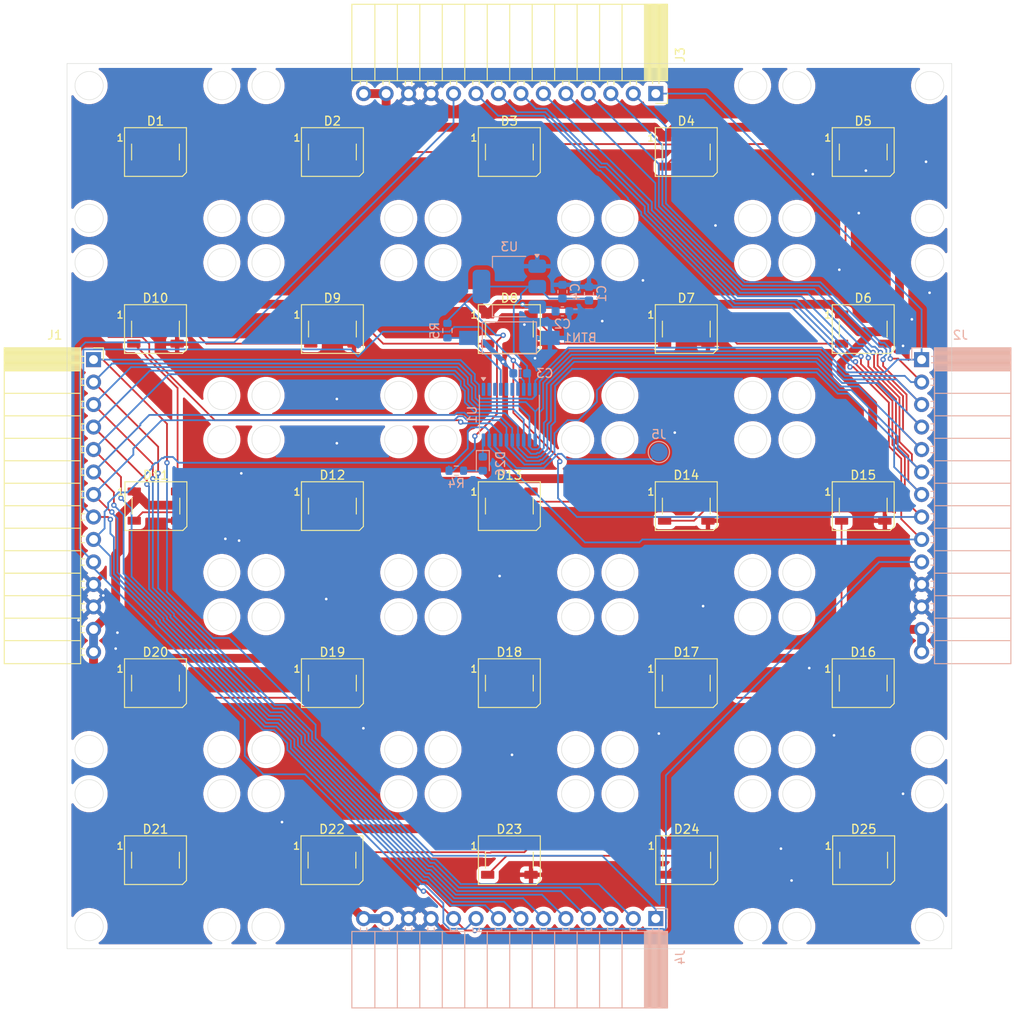
<source format=kicad_pcb>
(kicad_pcb (version 20241229) (generator "pcbnew") (generator_version "9.0")
  (layers (0 "F.Cu" signal) (2 "B.Cu" signal) (13 "F.Paste" user) (15 "B.Paste" user) (5 "F.SilkS" user "F.Silkscreen") (7 "B.SilkS" user "B.Silkscreen") (1 "F.Mask" user) (3 "B.Mask" user) (25 "Edge.Cuts" user))
  (net 0 "")
  (net 1 "RST")
  (net 2 "GND")
  (net 3 "+3V3")
  (net 4 "+5V")
  (net 5 "WS2812")
  (net 6 "Net-(D1-DOUT)")
  (net 8 "Net-(D2-DOUT)")
  (net 10 "Net-(D3-DOUT)")
  (net 11 "Net-(D4-DOUT)")
  (net 13 "Net-(D5-DOUT)")
  (net 14 "Net-(D6-DOUT)")
  (net 15 "Net-(D7-DOUT)")
  (net 18 "Net-(D8-DOUT)")
  (net 19 "Net-(D10-DIN)")
  (net 20 "Net-(D10-DOUT)")
  (net 21 "Net-(D11-DOUT)")
  (net 22 "Net-(D12-DOUT)")
  (net 23 "Net-(D13-DOUT)")
  (net 24 "Net-(D14-DOUT)")
  (net 25 "Net-(D15-DOUT)")
  (net 26 "Net-(D16-DOUT)")
  (net 27 "Net-(D17-DOUT)")
  (net 28 "Net-(D18-DOUT)")
  (net 29 "Net-(D19-DOUT)")
  (net 30 "Net-(D20-DOUT)")
  (net 31 "Net-(D21-DOUT)")
  (net 32 "Net-(D22-DOUT)")
  (net 33 "Net-(D23-DOUT)")
  (net 34 "Net-(D24-DOUT)")
  (net 36 "Net-(D26-A)")
  (net 37 "Net-(D26-K)")
  (net 38 "DATA4")
  (net 39 "CLK")
  (net 40 "DATA5")
  (net 41 "DATA2")
  (net 42 "DATA6")
  (net 43 "DATA0")
  (net 44 "DATA7")
  (net 45 "DATA3")
  (net 46 "DATA1")
  (net 47 "EN")
  (net 48 "Net-(J5-Pin_1)")
  (footprint "LED_SMD:LED_WS2812B_PLCC4_5.0x5.0mm_P3.2mm" (layer "F.Cu") (at 51.5 56.5)
    (property "Reference" "D9")
    (property "Value" "WS2812B")
  )
  (footprint "LED_SMD:LED_WS2812B_PLCC4_5.0x5.0mm_P3.2mm" (layer "F.Cu") (at 51.5 36.5)
    (property "Reference" "D2")
    (property "Value" "WS2812B")
  )
  (footprint "LED_SMD:LED_WS2812B_PLCC4_5.0x5.0mm_P3.2mm" (layer "F.Cu") (at 71.5 96.5)
    (property "Reference" "D18")
    (property "Value" "WS2812B")
  )
  (footprint "LED_SMD:LED_WS2812B_PLCC4_5.0x5.0mm_P3.2mm" (layer "F.Cu") (at 111.5 96.5)
    (property "Reference" "D16")
    (property "Value" "WS2812B")
  )
  (footprint "Connector_PinSocket_2.54mm:PinSocket_1x14_P2.54mm_Horizontal" (layer "F.Cu") (at 88.05 29.9 -90)
    (property "Reference" "J3")
    (property "Value" "Conn_01x14")
  )
  (footprint "LED_SMD:LED_WS2812B_PLCC4_5.0x5.0mm_P3.2mm" (layer "F.Cu") (at 51.5 76.5)
    (property "Reference" "D12")
    (property "Value" "WS2812B")
  )
  (footprint "LED_SMD:LED_WS2812B_PLCC4_5.0x5.0mm_P3.2mm" (layer "F.Cu") (at 51.5 96.5)
    (property "Reference" "D19")
    (property "Value" "WS2812B")
  )
  (footprint "LED_SMD:LED_WS2812B_PLCC4_5.0x5.0mm_P3.2mm" (layer "F.Cu") (at 111.5 56.5)
    (property "Reference" "D6")
    (property "Value" "WS2812B")
  )
  (footprint "LED_SMD:LED_WS2812B_PLCC4_5.0x5.0mm_P3.2mm" (layer "F.Cu") (at 51.45 116.5)
    (property "Reference" "D22")
    (property "Value" "WS2812B")
  )
  (footprint "LED_SMD:LED_WS2812B_PLCC4_5.0x5.0mm_P3.2mm" (layer "F.Cu") (at 111.5 36.5)
    (property "Reference" "D5")
    (property "Value" "WS2812B")
  )
  (footprint "LED_SMD:LED_WS2812B_PLCC4_5.0x5.0mm_P3.2mm" (layer "F.Cu") (at 71.5 116.5)
    (property "Reference" "D23")
    (property "Value" "WS2812B")
  )
  (footprint "LED_SMD:LED_WS2812B_PLCC4_5.0x5.0mm_P3.2mm" (layer "F.Cu") (at 91.5 76.5)
    (property "Reference" "D14")
    (property "Value" "WS2812B")
  )
  (footprint "LED_SMD:LED_WS2812B_PLCC4_5.0x5.0mm_P3.2mm" (layer "F.Cu") (at 91.5 96.5)
    (property "Reference" "D17")
    (property "Value" "WS2812B")
  )
  (footprint "Connector_PinSocket_2.54mm:PinSocket_1x14_P2.54mm_Horizontal" (layer "F.Cu") (at 24.5 59.95)
    (property "Reference" "J1")
    (property "Value" "Conn_01x14")
  )
  (footprint "LED_SMD:LED_WS2812B_PLCC4_5.0x5.0mm_P3.2mm" (layer "F.Cu") (at 111.5 76.5)
    (property "Reference" "D15")
    (property "Value" "WS2812B")
  )
  (footprint "LED_SMD:LED_WS2812B_PLCC4_5.0x5.0mm_P3.2mm" (layer "F.Cu") (at 31.5 116.5)
    (property "Reference" "D21")
    (property "Value" "WS2812B")
  )
  (footprint "LED_SMD:LED_WS2812B_PLCC4_5.0x5.0mm_P3.2mm" (layer "F.Cu") (at 91.5 56.5)
    (property "Reference" "D7")
    (property "Value" "WS2812B")
  )
  (footprint "LED_SMD:LED_WS2812B_PLCC4_5.0x5.0mm_P3.2mm" (layer "F.Cu") (at 71.5 56.5)
    (property "Reference" "D8")
    (property "Value" "WS2812B")
  )
  (footprint "LED_SMD:LED_WS2812B_PLCC4_5.0x5.0mm_P3.2mm" (layer "F.Cu") (at 91.55 116.5)
    (property "Reference" "D24")
    (property "Value" "WS2812B")
  )
  (footprint "LED_SMD:LED_WS2812B_PLCC4_5.0x5.0mm_P3.2mm" (layer "F.Cu") (at 71.5 36.5)
    (property "Reference" "D3")
    (property "Value" "WS2812B")
  )
  (footprint "LED_SMD:LED_WS2812B_PLCC4_5.0x5.0mm_P3.2mm" (layer "F.Cu") (at 71.5 76.5)
    (property "Reference" "D13")
    (property "Value" "WS2812B")
  )
  (footprint "LED_SMD:LED_WS2812B_PLCC4_5.0x5.0mm_P3.2mm" (layer "F.Cu") (at 31.5 56.5)
    (property "Reference" "D10")
    (property "Value" "WS2812B")
  )
  (footprint "LED_SMD:LED_WS2812B_PLCC4_5.0x5.0mm_P3.2mm" (layer "F.Cu") (at 91.5 36.5)
    (property "Reference" "D4")
    (property "Value" "WS2812B")
  )
  (footprint "LED_SMD:LED_WS2812B_PLCC4_5.0x5.0mm_P3.2mm" (layer "F.Cu") (at 111.55 116.5)
    (property "Reference" "D25")
    (property "Value" "WS2812B")
  )
  (footprint "LED_SMD:LED_WS2812B_PLCC4_5.0x5.0mm_P3.2mm" (layer "F.Cu") (at 31.55 76.5)
    (property "Reference" "D11")
    (property "Value" "WS2812B")
  )
  (footprint "LED_SMD:LED_WS2812B_PLCC4_5.0x5.0mm_P3.2mm" (layer "F.Cu") (at 31.5 96.5)
    (property "Reference" "D20")
    (property "Value" "WS2812B")
  )
  (footprint "LED_SMD:LED_WS2812B_PLCC4_5.0x5.0mm_P3.2mm" (layer "F.Cu") (at 31.5 36.5)
    (property "Reference" "D1")
    (property "Value" "WS2812B")
  )
  (footprint "Connector_PinSocket_2.54mm:PinSocket_1x14_P2.54mm_Horizontal" (layer "B.Cu") (at 118.1 59.95 180)
    (property "Reference" "J2")
    (property "Value" "Conn_01x14")
  )
  (footprint "Resistor_SMD:R_0603_1608Metric" (layer "B.Cu") (at 64.5 56.675 -90)
    (property "Reference" "R5")
    (property "Value" "R_Small")
  )
  (footprint "Button_Switch_SMD:SW_SPST_FSMSM" (layer "B.Cu") (at 71.5 57.5)
    (property "Reference" "BTN1")
    (property "Value" "SW_Push")
  )
  (footprint "Resistor_SMD:R_0603_1608Metric" (layer "B.Cu") (at 65.5 72.5)
    (property "Reference" "R4")
    (property "Value" "R_Small")
  )
  (footprint "Connector_PinSocket_2.54mm:PinSocket_1x14_P2.54mm_Horizontal" (layer "B.Cu") (at 88.05 123.1 90)
    (property "Reference" "J4")
    (property "Value" "Conn_01x14")
  )
  (footprint "TestPoint:TestPoint_Pad_D2.0mm" (layer "B.Cu") (at 88.4 70.4 180)
    (property "Reference" "J5")
    (property "Value" "Conn_01x01_Pin")
  )
  (footprint "Package_SO:TSSOP-20_4.4x6.5mm_P0.65mm" (layer "B.Cu") (at 71.5 66.175 -90)
    (property "Reference" "U1")
    (property "Value" "CH32V003FxPx")
  )
  (footprint "Capacitor_SMD:C_0603_1608Metric" (layer "B.Cu") (at 77.5 54.5)
    (property "Reference" "C2")
    (property "Value" "C")
  )
  (footprint "Capacitor_SMD:C_0603_1608Metric" (layer "B.Cu") (at 80.5 52.5 90)
    (property "Reference" "C1")
    (property "Value" "C")
  )
  (footprint "Package_TO_SOT_SMD:SOT-223-3_TabPin2" (layer "B.Cu") (at 71.5 51.7 180)
    (property "Reference" "U3")
    (property "Value" "AMS1117-3.3")
  )
  (footprint "Capacitor_SMD:C_0603_1608Metric" (layer "B.Cu") (at 72.725 61.5 180)
    (property "Reference" "C3")
    (property "Value" "C")
  )
  (footprint "LED_SMD:LED_0603_1608Metric" (layer "B.Cu") (at 68.5 71.7125 -90)
    (property "Reference" "D26")
    (property "Value" "LED")
  )
  (footprint "Capacitor_SMD:C_0603_1608Metric" (layer "B.Cu") (at 77.5 52.275 90)
    (property "Reference" "C4")
    (property "Value" "C")
  )
  (gr_circle (center 79 84) (end 80.6 84) (stroke (width 0.05)) (fill no) (layer "Edge.Cuts"))
  (gr_circle (center 84 84) (end 85.6 84) (stroke (width 0.05)) (fill no) (layer "Edge.Cuts"))
  (gr_circle (center 119 29) (end 120.6 29) (stroke (width 0.05)) (fill no) (layer "Edge.Cuts"))
  (gr_circle (center 79 64) (end 80.6 64) (stroke (width 0.05)) (fill no) (layer "Edge.Cuts"))
  (gr_circle (center 99 64) (end 100.6 64) (stroke (width 0.05)) (fill no) (layer "Edge.Cuts"))
  (gr_circle (center 39 89) (end 40.6 89) (stroke (width 0.05)) (fill no) (layer "Edge.Cuts"))
  (gr_circle (center 39 44) (end 40.6 44) (stroke (width 0.05)) (fill no) (layer "Edge.Cuts"))
  (gr_circle (center 79 44) (end 80.6 44) (stroke (width 0.05)) (fill no) (layer "Edge.Cuts"))
  (gr_circle (center 44 64) (end 45.6 64) (stroke (width 0.05)) (fill no) (layer "Edge.Cuts"))
  (gr_circle (center 119 109) (end 120.6 109) (stroke (width 0.05)) (fill no) (layer "Edge.Cuts"))
  (gr_circle (center 59 89) (end 60.6 89) (stroke (width 0.05)) (fill no) (layer "Edge.Cuts"))
  (gr_circle (center 99 104) (end 100.6 104) (stroke (width 0.05)) (fill no) (layer "Edge.Cuts"))
  (gr_line (start 121.5 126.5) (end 21.5 126.5) (stroke (width 0.05)) (layer "Edge.Cuts"))
  (gr_circle (center 24 124) (end 25.6 124) (stroke (width 0.05)) (fill no) (layer "Edge.Cuts"))
  (gr_circle (center 79 69) (end 80.6 69) (stroke (width 0.05)) (fill no) (layer "Edge.Cuts"))
  (gr_circle (center 39 109) (end 40.6 109) (stroke (width 0.05)) (fill no) (layer "Edge.Cuts"))
  (gr_circle (center 39 49) (end 40.6 49) (stroke (width 0.05)) (fill no) (layer "Edge.Cuts"))
  (gr_circle (center 64 49) (end 65.6 49) (stroke (width 0.05)) (fill no) (layer "Edge.Cuts"))
  (gr_circle (center 64 69) (end 65.6 69) (stroke (width 0.05)) (fill no) (layer "Edge.Cuts"))
  (gr_circle (center 24 109) (end 25.6 109) (stroke (width 0.05)) (fill no) (layer "Edge.Cuts"))
  (gr_circle (center 59 64) (end 60.6 64) (stroke (width 0.05)) (fill no) (layer "Edge.Cuts"))
  (gr_circle (center 79 89) (end 80.6 89) (stroke (width 0.05)) (fill no) (layer "Edge.Cuts"))
  (gr_circle (center 39 69) (end 40.6 69) (stroke (width 0.05)) (fill no) (layer "Edge.Cuts"))
  (gr_circle (center 44 89) (end 45.6 89) (stroke (width 0.05)) (fill no) (layer "Edge.Cuts"))
  (gr_circle (center 99 29) (end 100.6 29) (stroke (width 0.05)) (fill no) (layer "Edge.Cuts"))
  (gr_circle (center 64 44) (end 65.6 44) (stroke (width 0.05)) (fill no) (layer "Edge.Cuts"))
  (gr_circle (center 79 109) (end 80.6 109) (stroke (width 0.05)) (fill no) (layer "Edge.Cuts"))
  (gr_circle (center 79 104) (end 80.6 104) (stroke (width 0.05)) (fill no) (layer "Edge.Cuts"))
  (gr_circle (center 79 49) (end 80.6 49) (stroke (width 0.05)) (fill no) (layer "Edge.Cuts"))
  (gr_circle (center 99 84) (end 100.6 84) (stroke (width 0.05)) (fill no) (layer "Edge.Cuts"))
  (gr_circle (center 44 44) (end 45.6 44) (stroke (width 0.05)) (fill no) (layer "Edge.Cuts"))
  (gr_circle (center 104 44) (end 105.6 44) (stroke (width 0.05)) (fill no) (layer "Edge.Cuts"))
  (gr_circle (center 104 104) (end 105.6 104) (stroke (width 0.05)) (fill no) (layer "Edge.Cuts"))
  (gr_circle (center 39 84) (end 40.6 84) (stroke (width 0.05)) (fill no) (layer "Edge.Cuts"))
  (gr_circle (center 84 89) (end 85.6 89) (stroke (width 0.05)) (fill no) (layer "Edge.Cuts"))
  (gr_circle (center 59 84) (end 60.6 84) (stroke (width 0.05)) (fill no) (layer "Edge.Cuts"))
  (gr_circle (center 64 64) (end 65.6 64) (stroke (width 0.05)) (fill no) (layer "Edge.Cuts"))
  (gr_circle (center 59 104) (end 60.6 104) (stroke (width 0.05)) (fill no) (layer "Edge.Cuts"))
  (gr_circle (center 24 29) (end 25.6 29) (stroke (width 0.05)) (fill no) (layer "Edge.Cuts"))
  (gr_circle (center 24 49) (end 25.6 49) (stroke (width 0.05)) (fill no) (layer "Edge.Cuts"))
  (gr_circle (center 119 104) (end 120.6 104) (stroke (width 0.05)) (fill no) (layer "Edge.Cuts"))
  (gr_circle (center 39 29) (end 40.6 29) (stroke (width 0.05)) (fill no) (layer "Edge.Cuts"))
  (gr_circle (center 104 109) (end 105.6 109) (stroke (width 0.05)) (fill no) (layer "Edge.Cuts"))
  (gr_line (start 121.5 26.5) (end 121.5 126.5) (stroke (width 0.05)) (layer "Edge.Cuts"))
  (gr_circle (center 104 69) (end 105.6 69) (stroke (width 0.05)) (fill no) (layer "Edge.Cuts"))
  (gr_circle (center 44 104) (end 45.6 104) (stroke (width 0.05)) (fill no) (layer "Edge.Cuts"))
  (gr_circle (center 99 49) (end 100.6 49) (stroke (width 0.05)) (fill no) (layer "Edge.Cuts"))
  (gr_circle (center 99 69) (end 100.6 69) (stroke (width 0.05)) (fill no) (layer "Edge.Cuts"))
  (gr_circle (center 59 69) (end 60.6 69) (stroke (width 0.05)) (fill no) (layer "Edge.Cuts"))
  (gr_circle (center 99 124) (end 100.6 124) (stroke (width 0.05)) (fill no) (layer "Edge.Cuts"))
  (gr_circle (center 44 69) (end 45.6 69) (stroke (width 0.05)) (fill no) (layer "Edge.Cuts"))
  (gr_line (start 21.5 126.5) (end 21.5 26.5) (stroke (width 0.05)) (layer "Edge.Cuts"))
  (gr_circle (center 84 104) (end 85.6 104) (stroke (width 0.05)) (fill no) (layer "Edge.Cuts"))
  (gr_circle (center 39 124) (end 40.6 124) (stroke (width 0.05)) (fill no) (layer "Edge.Cuts"))
  (gr_circle (center 84 44) (end 85.6 44) (stroke (width 0.05)) (fill no) (layer "Edge.Cuts"))
  (gr_circle (center 119 49) (end 120.6 49) (stroke (width 0.05)) (fill no) (layer "Edge.Cuts"))
  (gr_circle (center 64 84) (end 65.6 84) (stroke (width 0.05)) (fill no) (layer "Edge.Cuts"))
  (gr_circle (center 44 29) (end 45.6 29) (stroke (width 0.05)) (fill no) (layer "Edge.Cuts"))
  (gr_circle (center 104 29) (end 105.6 29) (stroke (width 0.05)) (fill no) (layer "Edge.Cuts"))
  (gr_circle (center 99 109) (end 100.6 109) (stroke (width 0.05)) (fill no) (layer "Edge.Cuts"))
  (gr_circle (center 24 44) (end 25.6 44) (stroke (width 0.05)) (fill no) (layer "Edge.Cuts"))
  (gr_circle (center 104 84) (end 105.6 84) (stroke (width 0.05)) (fill no) (layer "Edge.Cuts"))
  (gr_circle (center 64 109) (end 65.6 109) (stroke (width 0.05)) (fill no) (layer "Edge.Cuts"))
  (gr_circle (center 24 104) (end 25.6 104) (stroke (width 0.05)) (fill no) (layer "Edge.Cuts"))
  (gr_circle (center 39 104) (end 40.6 104) (stroke (width 0.05)) (fill no) (layer "Edge.Cuts"))
  (gr_circle (center 104 89) (end 105.6 89) (stroke (width 0.05)) (fill no) (layer "Edge.Cuts"))
  (gr_circle (center 44 124) (end 45.6 124) (stroke (width 0.05)) (fill no) (layer "Edge.Cuts"))
  (gr_circle (center 44 109) (end 45.6 109) (stroke (width 0.05)) (fill no) (layer "Edge.Cuts"))
  (gr_circle (center 104 124) (end 105.6 124) (stroke (width 0.05)) (fill no) (layer "Edge.Cuts"))
  (gr_circle (center 44 84) (end 45.6 84) (stroke (width 0.05)) (fill no) (layer "Edge.Cuts"))
  (gr_circle (center 119 124) (end 120.6 124) (stroke (width 0.05)) (fill no) (layer "Edge.Cuts"))
  (gr_circle (center 84 64) (end 85.6 64) (stroke (width 0.05)) (fill no) (layer "Edge.Cuts"))
  (gr_circle (center 99 44) (end 100.6 44) (stroke (width 0.05)) (fill no) (layer "Edge.Cuts"))
  (gr_circle (center 39 64) (end 40.6 64) (stroke (width 0.05)) (fill no) (layer "Edge.Cuts"))
  (gr_circle (center 59 44) (end 60.6 44) (stroke (width 0.05)) (fill no) (layer "Edge.Cuts"))
  (gr_circle (center 59 109) (end 60.6 109) (stroke (width 0.05)) (fill no) (layer "Edge.Cuts"))
  (gr_circle (center 64 89) (end 65.6 89) (stroke (width 0.05)) (fill no) (layer "Edge.Cuts"))
  (gr_circle (center 84 69) (end 85.6 69) (stroke (width 0.05)) (fill no) (layer "Edge.Cuts"))
  (gr_circle (center 104 64) (end 105.6 64) (stroke (width 0.05)) (fill no) (layer "Edge.Cuts"))
  (gr_circle (center 104 49) (end 105.6 49) (stroke (width 0.05)) (fill no) (layer "Edge.Cuts"))
  (gr_circle (center 119 44) (end 120.6 44) (stroke (width 0.05)) (fill no) (layer "Edge.Cuts"))
  (gr_circle (center 44 49) (end 45.6 49) (stroke (width 0.05)) (fill no) (layer "Edge.Cuts"))
  (gr_circle (center 84 49) (end 85.6 49) (stroke (width 0.05)) (fill no) (layer "Edge.Cuts"))
  (gr_line (start 21.5 26.5) (end 121.5 26.5) (stroke (width 0.05)) (layer "Edge.Cuts"))
  (gr_circle (center 59 49) (end 60.6 49) (stroke (width 0.05)) (fill no) (layer "Edge.Cuts"))
  (gr_circle (center 84 109) (end 85.6 109) (stroke (width 0.05)) (fill no) (layer "Edge.Cuts"))
  (gr_circle (center 64 104) (end 65.6 104) (stroke (width 0.05)) (fill no) (layer "Edge.Cuts"))
  (gr_circle (center 99 89) (end 100.6 89) (stroke (width 0.05)) (fill no) (layer "Edge.Cuts"))
  (segment (start 70.525 61.115) (end 66.91 57.5) (width 0.2) (layer "B.Cu") (net 1))
  (segment (start 70.525 63.3125) (end 70.525 61.115) (width 0.2) (layer "B.Cu") (net 1))
  (segment (start 66.91 57.5) (end 64.5 57.5) (width 0.2) (layer "B.Cu") (net 1))
  (via (at 25.6 86.6) (size 0.6) (drill 0.3) (layers "F.Cu" "B.Cu") (net 2))
  (via (at 105.8 39) (size 0.6) (drill 0.3) (layers "F.Cu" "B.Cu") (net 2))
  (via (at 88.4 102.2) (size 0.6) (drill 0.3) (layers "F.Cu" "B.Cu") (net 2))
  (via (at 105.4 94.8) (size 0.6) (drill 0.3) (layers "F.Cu" "B.Cu") (net 2))
  (via (at 55 101.6) (size 0.6) (drill 0.3) (layers "F.Cu" "B.Cu") (net 2))
  (via (at 41.2 72.8) (size 0.6) (drill 0.3) (layers "F.Cu" "B.Cu") (net 2))
  (via (at 39.4 80.2) (size 0.6) (drill 0.3) (layers "F.Cu" "B.Cu") (net 2))
  (via (at 74.4 59.8) (size 0.6) (drill 0.3) (layers "F.Cu" "B.Cu") (net 2))
  (via (at 27.2 90.8) (size 0.6) (drill 0.3) (layers "F.Cu" "B.Cu") (net 2))
  (via (at 111 43.4) (size 0.6) (drill 0.3) (layers "F.Cu" "B.Cu") (net 2))
  (via (at 70.8 60.2) (size 0.6) (drill 0.3) (layers "F.Cu" "B.Cu") (net 2))
  (via (at 86.6 51) (size 0.6) (drill 0.3) (layers "F.Cu" "B.Cu") (net 2))
  (via (at 40.95 80.4) (size 0.6) (drill 0.3) (layers "F.Cu" "B.Cu") (net 2))
  (via (at 90.2 68.2) (size 0.6) (drill 0.3) (layers "F.Cu" "B.Cu") (net 2))
  (via (at 108.8 49.8) (size 0.6) (drill 0.3) (layers "F.Cu" "B.Cu") (net 2))
  (via (at 70.4 84.4) (size 0.6) (drill 0.3) (layers "F.Cu" "B.Cu") (net 2))
  (via (at 45.8 112.2) (size 0.6) (drill 0.3) (layers "F.Cu" "B.Cu") (net 2))
  (via (at 27 92.6) (size 0.6) (drill 0.3) (layers "F.Cu" "B.Cu") (net 2))
  (via (at 22.8 89.4) (size 0.6) (drill 0.3) (layers "F.Cu" "B.Cu") (net 2))
  (via (at 52 69.4) (size 0.6) (drill 0.3) (layers "F.Cu" "B.Cu") (net 2))
  (via (at 73.2 56) (size 0.6) (drill 0.3) (layers "F.Cu" "B.Cu") (net 2))
  (via (at 108.2 102.4) (size 0.6) (drill 0.3) (layers "F.Cu" "B.Cu") (net 2))
  (via (at 103.4 118.8) (size 0.6) (drill 0.3) (layers "F.Cu" "B.Cu") (net 2))
  (via (at 116 58.4) (size 0.6) (drill 0.3) (layers "F.Cu" "B.Cu") (net 2))
  (via (at 71.8 104.6) (size 0.6) (drill 0.3) (layers "F.Cu" "B.Cu") (net 2))
  (via (at 102.2 115.2) (size 0.6) (drill 0.3) (layers "F.Cu" "B.Cu") (net 2))
  (via (at 116 109) (size 0.6) (drill 0.3) (layers "F.Cu" "B.Cu") (net 2))
  (via (at 94.8 44.8) (size 0.6) (drill 0.3) (layers "F.Cu" "B.Cu") (net 2))
  (via (at 52 64.4) (size 0.6) (drill 0.3) (layers "F.Cu" "B.Cu") (net 2))
  (via (at 118.6 37.6) (size 0.6) (drill 0.3) (layers "F.Cu" "B.Cu") (net 2))
  (via (at 50.8 87) (size 0.6) (drill 0.3) (layers "F.Cu" "B.Cu") (net 2))
  (via (at 119 52.4) (size 0.6) (drill 0.3) (layers "F.Cu" "B.Cu") (net 2))
  (via (at 82 55.6) (size 0.6) (drill 0.3) (layers "F.Cu" "B.Cu") (net 2))
  (via (at 111.8 38.6) (size 0.6) (drill 0.3) (layers "F.Cu" "B.Cu") (net 2))
  (via (at 93.4 87.8) (size 0.6) (drill 0.3) (layers "F.Cu" "B.Cu") (net 2))
  (via (at 117 55.4) (size 0.6) (drill 0.3) (layers "F.Cu" "B.Cu") (net 2))
  (segment (start 71.95 62.050001) (end 71.95 61.5) (width 0.2) (layer "B.Cu") (net 2))
  (segment (start 71.95 61.35) (end 70.8 60.2) (width 0.2) (layer "B.Cu") (net 2))
  (segment (start 72.475 63.3125) (end 72.475 62.575001) (width 0.2) (layer "B.Cu") (net 2))
  (segment (start 71.95 61.5) (end 71.95 61.35) (width 0.2) (layer "B.Cu") (net 2))
  (segment (start 72.475 62.575001) (end 71.95 62.050001) (width 0.2) (layer "B.Cu") (net 2))
  (segment (start 70.101 66.099) (end 70.101 57.899) (width 0.2) (layer "F.Cu") (net 3))
  (segment (start 67.6 68.6) (end 70.101 66.099) (width 0.2) (layer "F.Cu") (net 3))
  (segment (start 70.101 57.899) (end 70.8 57.2) (width 0.2) (layer "F.Cu") (net 3))
  (via (at 67.6 68.6) (size 0.6) (drill 0.3) (layers "F.Cu" "B.Cu") (net 3))
  (via (at 70.8 57.2) (size 0.6) (drill 0.3) (layers "F.Cu" "B.Cu") (net 3))
  (segment (start 72.8 52.55) (end 73.65 51.7) (width 0.2) (layer "B.Cu") (net 3))
  (segment (start 77.5 53.05) (end 80.275 53.05) (width 0.2) (layer "B.Cu") (net 3))
  (segment (start 64.5 55.85) (end 64.5 55.55) (width 0.2) (layer "B.Cu") (net 3))
  (segment (start 64.5 55.55) (end 66.425 53.625) (width 0.2) (layer "B.Cu") (net 3))
  (segment (start 73.5 61.5) (end 73.775 61.775) (width 0.2) (layer "B.Cu") (net 3))
  (segment (start 73.65 51.7) (end 74.65 51.7) (width 0.2) (layer "B.Cu") (net 3))
  (segment (start 80.275 53.05) (end 80.5 53.275) (width 0.2) (layer "B.Cu") (net 3))
  (segment (start 64.675 72.025) (end 64.655 72.005) (width 0.2) (layer "B.Cu") (net 3))
  (segment (start 67.6 70.035936) (end 67.6 68.6) (width 0.2) (layer "B.Cu") (net 3))
  (segment (start 68.35 51.7) (end 74.65 51.7) (width 0.2) (layer "B.Cu") (net 3))
  (segment (start 66.425 53.625) (end 68.35 51.7) (width 0.2) (layer "B.Cu") (net 3))
  (segment (start 70.8 57.2) (end 70 57.2) (width 0.2) (layer "B.Cu") (net 3))
  (segment (start 73.5 60.678761) (end 72 59.178761) (width 0.2) (layer "B.Cu") (net 3))
  (segment (start 72 59.178761) (end 72 53.849) (width 0.2) (layer "B.Cu") (net 3))
  (segment (start 65.135936 72.5) (end 67.6 70.035936) (width 0.2) (layer "B.Cu") (net 3))
  (segment (start 77.5 53.05) (end 76 53.05) (width 0.2) (layer "B.Cu") (net 3))
  (segment (start 73.5 61.5) (end 73.5 60.678761) (width 0.2) (layer "B.Cu") (net 3))
  (segment (start 73.775 61.775) (end 73.775 63.3125) (width 0.2) (layer "B.Cu") (net 3))
  (segment (start 70 57.2) (end 66.425 53.625) (width 0.2) (layer "B.Cu") (net 3))
  (segment (start 72.8 53.049) (end 72.8 52.55) (width 0.2) (layer "B.Cu") (net 3))
  (segment (start 76 53.05) (end 74.65 51.7) (width 0.2) (layer "B.Cu") (net 3))
  (segment (start 64.675 72.5) (end 65.135936 72.5) (width 0.2) (layer "B.Cu") (net 3))
  (segment (start 72 53.849) (end 72.8 53.049) (width 0.2) (layer "B.Cu") (net 3))
  (segment (start 64.675 72.5) (end 64.675 72.025) (width 0.2) (layer "B.Cu") (net 3))
  (segment (start 26.601 97.299) (end 26.601 112.401) (width 1) (layer "F.Cu") (net 4))
  (segment (start 26.95 96.95) (end 26.601 97.299) (width 1) (layer "F.Cu") (net 4))
  (segment (start 49.05 94.85) (end 47.899 93.699) (width 1) (layer "F.Cu") (net 4))
  (segment (start 69.05 34.85) (end 67.899 33.699) (width 1) (layer "F.Cu") (net 4))
  (segment (start 30.201 53.699) (end 29.05 54.85) (width 1) (layer "F.Cu") (net 4))
  (segment (start 69.05 74.85) (end 67.899 73.699) (width 1) (layer "F.Cu") (net 4))
  (segment (start 112.120569 71.329432) (end 112.570568 71.329432) (width 1) (layer "F.Cu") (net 4))
  (segment (start 107.899 73.699) (end 90.201 73.699) (width 1) (layer "F.Cu") (net 4))
  (segment (start 107.899 53.699) (end 90.201 53.699) (width 1) (layer "F.Cu") (net 4))
  (segment (start 47.899 53.699) (end 30.201 53.699) (width 1) (layer "F.Cu") (net 4))
  (segment (start 89.05 94.85) (end 87.9 93.7) (width 1) (layer "F.Cu") (net 4))
  (segment (start 90.201 73.699) (end 89.05 74.85) (width 1) (layer "F.Cu") (net 4))
  (segment (start 52.33 120.4) (end 28.6 120.4) (width 1) (layer "F.Cu") (net 4))
  (segment (start 27.454903 81.545097) (end 27.454903 77.653961) (width 1) (layer "F.Cu") (net 4))
  (segment (start 30.201 33.699) (end 50.201 33.699) (width 1) (layer "F.Cu") (net 4))
  (segment (start 29.633864 75.475) (end 29.725 75.475) (width 1) (layer "F.Cu") (net 4))
  (segment (start 67.899 73.699) (end 50.201 73.699) (width 1) (layer "F.Cu") (net 4))
  (segment (start 108.998 34.798) (end 107.899 33.699) (width 1) (layer "F.Cu") (net 4))
  (segment (start 109.1 114.85) (end 110.475 113.475) (width 1) (layer "F.Cu") (net 4))
  (segment (start 115.401 95.540136) (end 115.401 90.6) (width 1) (layer "F.Cu") (net 4))
  (segment (start 24.5 92.97) (end 24.5 94.5) (width 1) (layer "F.Cu") (net 4))
  (segment (start 73 53.699) (end 70.201 53.699) (width 1) (layer "F.Cu") (net 4))
  (segment (start 112 57.341136) (end 112 56.8) (width 1) (layer "F.Cu") (net 4))
  (segment (start 109.05 74.85) (end 109.05 74.400001) (width 1) (layer "F.Cu") (net 4))
  (segment (start 24.5 90.43) (end 27 87.93) (width 1) (layer "F.Cu") (net 4))
  (segment (start 69.05 114.85) (end 70.95 112.95) (width 1) (layer "F.Cu") (net 4))
  (segment (start 67.899 33.699) (end 57.6 33.699) (width 1) (layer "F.Cu") (net 4))
  (segment (start 110.201 96.001) (end 112 96.001) (width 1) (layer "F.Cu") (net 4))
  (segment (start 69.05 94.85) (end 67.9 93.7) (width 1) (layer "F.Cu") (net 4))
  (segment (start 29.725 75.475) (end 29.1 74.85) (width 1) (layer "F.Cu") (net 4))
  (segment (start 87.6 73.4) (end 70.5 73.4) (width 1) (layer "F.Cu") (net 4))
  (segment (start 69.05 34.85) (end 70.201 33.699) (width 1) (layer "F.Cu") (net 4))
  (segment (start 29.05 34.85) (end 30.201 33.699) (width 1) (layer "F.Cu") (net 4))
  (segment (start 24.5 94.5) (end 26.95 96.95) (width 1) (layer "F.Cu") (net 4))
  (segment (start 115.6 34.358864) (end 114.641136 33.4) (width 1) (layer "F.Cu") (net 4))
  (segment (start 89.05 94.85) (end 90.201 93.699) (width 1) (layer "F.Cu") (net 4))
  (segment (start 50.5 93.4) (end 49.05 94.85) (width 1) (layer "F.Cu") (net 4))
  (segment (start 89.1 114.85) (end 90.475 113.475) (width 1) (layer "F.Cu") (net 4))
  (segment (start 30.201 93.699) (end 29.05 94.85) (width 1) (layer "F.Cu") (net 4))
  (segment (start 86.25 112) (end 89.1 114.85) (width 1) (layer "F.Cu") (net 4))
  (segment (start 57.6 33.699) (end 50.201 33.699) (width 1) (layer "F.Cu") (net 4))
  (segment (start 87.9 93.7) (end 67.9 93.7) (width 1) (layer "F.Cu") (net 4))
  (segment (start 27.454903 77.653961) (end 29.633864 75.475) (width 1) (layer "F.Cu") (net 4))
  (segment (start 109.05 74.85) (end 107.899 73.699) (width 1) (layer "F.Cu") (net 4))
  (segment (start 49 114.85) (end 49.15 114.85) (width 1) (layer "F.Cu") (net 4))
  (segment (start 114.641136 33.4) (end 108.198 33.4) (width 1) (layer "F.Cu") (net 4))
  (segment (start 115.6 55.341136) (end 115.6 34.358864) (width 1) (layer "F.Cu") (net 4))
  (segment (start 29.05 114.85) (end 30.201 116.001) (width 1) (layer "F.Cu") (net 4))
  (segment (start 49.05 74.85) (end 47.5 76.4) (width 1) (layer "F.Cu") (net 4))
  (segment (start 51.2 112.8) (end 51.35 112.95) (width 1) (layer "F.Cu") (net 4))
  (segment (start 109 61.4) (end 109 60.341136) (width 1) (layer "F.Cu") (net 4))
  (segment (start 50.201 33.699) (end 49.05 34.85) (width 1) (layer "F.Cu") (net 4))
  (segment (start 55.03 123.1) (end 52.33 120.4) (width 1) (layer "F.Cu") (net 4))
  (segment (start 109.05 94.85) (end 110.201 96.001) (width 1) (layer "F.Cu") (net 4))
  (segment (start 67.2 53) (end 50.9 53) (width 1) (layer "F.Cu") (net 4))
  (segment (start 49.05 54.85) (end 47.899 53.699) (width 1) (layer "F.Cu") (net 4))
  (segment (start 47.849 116.001) (end 49 114.85) (width 1) (layer "F.Cu") (net 4))
  (segment (start 89.05 74.85) (end 87.6 73.4) (width 1) (layer "F.Cu") (net 4))
  (segment (start 67.6 93.4) (end 50.5 93.4) (width 1) (layer "F.Cu") (net 4))
  (segment (start 26.601 112.401) (end 29.05 114.85) (width 1) (layer "F.Cu") (net 4))
  (segment (start 109.05 34.798) (end 108.998 34.798) (width 1) (layer "F.Cu") (net 4))
  (segment (start 112.499 96.5) (end 112 96.001) (width 1) (layer "F.Cu") (net 4))
  (segment (start 90.475 113.475) (end 110.475 113.475) (width 1) (layer "F.Cu") (net 4))
  (segment (start 114.141136 56.8) (end 115.6 55.341136) (width 1) (layer "F.Cu") (net 4))
  (segment (start 55.03 29.9) (end 57.57 29.9) (width 1) (layer "F.Cu") (net 4))
  (segment (start 27 82) (end 27.454903 81.545097) (width 1) (layer "F.Cu") (net 4))
  (segment (start 87.899 53.699) (end 73 53.699) (width 1) (layer "F.Cu") (net 4))
  (segment (start 112 96.001) (end 114.940136 96.001) (width 1) (layer "F.Cu") (net 4))
  (segment (start 30.65 76.4) (end 29.725 75.475) (width 1) (layer "F.Cu") (net 4))
  (segment (start 70.201 33.699) (end 87.899 33.699) (width 1) (layer "F.Cu") (net 4))
  (segment (start 70.201 53.699) (end 69.05 54.85) (width 1) (layer "F.Cu") (net 4))
  (segment (start 26.8 117.1) (end 29.05 114.85) (width 1) (layer "F.Cu") (net 4))
  (segment (start 50.9 53) (end 49.05 54.85) (width 1) (layer "F.Cu") (net 4))
  (segment (start 107.899 33.699) (end 90.201 33.699) (width 1) (layer "F.Cu") (net 4))
  (segment (start 107.899 93.699) (end 109.05 94.85) (width 1) (layer "F.Cu") (net 4))
  (segment (start 26.8 118.6) (end 26.8 117.1) (width 1) (layer "F.Cu") (net 4))
  (segment (start 90.201 33.699) (end 89.05 34.85) (width 1) (layer "F.Cu") (net 4))
  (segment (start 89.05 54.85) (end 87.899 53.699) (width 1) (layer "F.Cu") (net 4))
  (segment (start 70.95 112.95) (end 71.9 112) (width 1) (layer "F.Cu") (net 4))
  (segment (start 87.899 33.699) (end 89.05 34.85) (width 1) (layer "F.Cu") (net 4))
  (segment (start 57.57 29.9) (end 57.57 33.669) (width 1) (layer "F.Cu") (net 4))
  (segment (start 110.475 113.475) (end 112.499 111.451) (width 1) (layer "F.Cu") (net 4))
  (segment (start 109.05 74.400001) (end 112.120569 71.329432) (width 1) (layer "F.Cu") (net 4))
  (segment (start 118.1 90.43) (end 115.571 90.43) (width 1) (layer "F.Cu") (net 4))
  (segment (start 49.15 114.85) (end 51.2 112.8) (width 1) (layer "F.Cu") (net 4))
  (segment (start 47.899 93.699) (end 30.201 93.699) (width 1) (layer "F.Cu") (net 4))
  (segment (start 51.35 112.95) (end 70.95 112.95) (width 1) (layer "F.Cu") (net 4))
  (segment (start 71.9 112) (end 86.25 112) (width 1) (layer "F.Cu") (net 4))
  (segment (start 112.499 111.451) (end 112.499 96.5) (width 1) (layer "F.Cu") (net 4))
  (segment (start 57.57 33.669) (end 57.6 33.699) (width 1) (layer "F.Cu") (net 4))
  (segment (start 108.198 33.4) (end 107.899 33.699) (width 1) (layer "F.Cu") (net 4))
  (segment (start 30.201 116.001) (end 47.849 116.001) (width 1) (layer "F.Cu") (net 4))
  (segment (start 114.940136 96.001) (end 115.401 95.540136) (width 1) (layer "F.Cu") (net 4))
  (segment (start 29.05 94.85) (end 26.95 96.95) (width 1) (layer "F.Cu") (net 4))
  (segment (start 109 60.341136) (end 112 57.341136) (width 1) (layer "F.Cu") (net 4))
  (segment (start 109.05 54.85) (end 111 56.8) (width 1) (layer "F.Cu") (net 4))
  (segment (start 69.05 54.85) (end 67.2 53) (width 1) (layer "F.Cu") (net 4))
  (segment (start 67.9 93.7) (end 67.6 93.4) (width 1) (layer "F.Cu") (net 4))
  (segment (start 109.05 54.85) (end 107.899 53.699) (width 1) (layer "F.Cu") (net 4))
  (segment (start 112 56.8) (end 114.141136 56.8) (width 1) (layer "F.Cu") (net 4))
  (segment (start 90.201 93.699) (end 107.899 93.699) (width 1) (layer "F.Cu") (net 4))
  (segment (start 115.571 90.43) (end 115.401 90.6) (width 1) (layer "F.Cu") (net 4))
  (segment (start 28.6 120.4) (end 26.8 118.6) (width 1) (layer "F.Cu") (net 4))
  (segment (start 90.201 53.699) (end 89.05 54.85) (width 1) (layer "F.Cu") (net 4))
  (segment (start 112.570568 71.329432) (end 112.570568 64.970568) (width 1) (layer "F.Cu") (net 4))
  (segment (start 27 87.93) (end 27 82) (width 1) (layer "F.Cu") (net 4))
  (segment (start 111 56.8) (end 112 56.8) (width 1) (layer "F.Cu") (net 4))
  (segment (start 47.5 76.4) (end 30.65 76.4) (width 1) (layer "F.Cu") (net 4))
  (segment (start 50.201 73.699) (end 49.05 74.85) (width 1) (layer "F.Cu") (net 4))
  (segment (start 112.570568 64.970568) (end 109 61.4) (width 1) (layer "F.Cu") (net 4))
  (segment (start 70.5 73.4) (end 69.05 74.85) (width 1) (layer "F.Cu") (net 4))
  (via (at 73 53.699) (size 0.6) (drill 0.3) (layers "F.Cu" "B.Cu") (net 4))
  (segment (start 57.57 123.1) (end 55.03 123.1) (width 1) (layer "B.Cu") (net 4))
  (segment (start 118.1 90.43) (end 118.1 92.97) (width 1) (layer "B.Cu") (net 4))
  (segment (start 74.65 54) (end 76.225 54) (width 0.2) (layer "B.Cu") (net 4))
  (segment (start 24.5 90.43) (end 24.5 92.97) (width 1) (layer "B.Cu") (net 4))
  (segment (start 74.65 54) (end 73.301 54) (width 0.2) (layer "B.Cu") (net 4))
  (segment (start 76.225 54) (end 76.725 54.5) (width 0.2) (layer "B.Cu") (net 4))
  (segment (start 73.301 54) (end 73 53.699) (width 0.2) (layer "B.Cu") (net 4))
  (segment (start 25.4 56.6) (end 25.4 52) (width 0.2) (layer "F.Cu") (net 5))
  (segment (start 25.4 52) (end 27.8 49.6) (width 0.2) (layer "F.Cu") (net 5))
  (segment (start 30.8 59.4) (end 30.8 58.2) (width 0.2) (layer "F.Cu") (net 5))
  (segment (start 30 57.4) (end 26.2 57.4) (width 0.2) (layer "F.Cu") (net 5))
  (segment (start 38.2 66.8) (end 30.8 59.4) (width 0.2) (layer "F.Cu") (net 5))
  (segment (start 66 67) (end 65.8 66.8) (width 0.2) (layer "F.Cu") (net 5))
  (segment (start 30.75 34.85) (end 33.95 34.85) (width 0.2) (layer "F.Cu") (net 5))
  (segment (start 27.8 37.8) (end 30.75 34.85) (width 0.2) (layer "F.Cu") (net 5))
  (segment (start 26.2 57.4) (end 25.4 56.6) (width 0.2) (layer "F.Cu") (net 5))
  (segment (start 27.8 49.6) (end 27.8 37.8) (width 0.2) (layer "F.Cu") (net 5))
  (segment (start 30.8 58.2) (end 30 57.4) (width 0.2) (layer "F.Cu") (net 5))
  (segment (start 65.8 66.8) (end 38.2 66.8) (width 0.2) (layer "F.Cu") (net 5))
  (via (at 66 67) (size 0.6) (drill 0.3) (layers "F.Cu" "B.Cu") (net 5))
  (segment (start 66.151 67.151) (end 66 67) (width 0.2) (layer "B.Cu") (net 5))
  (segment (start 69.375997 67.151) (end 66.151 67.151) (width 0.2) (layer "B.Cu") (net 5))
  (segment (start 70.525 68.300001) (end 69.375997 67.151) (width 0.2) (layer "B.Cu") (net 5))
  (segment (start 70.525 69.0375) (end 70.525 68.300001) (width 0.2) (layer "B.Cu") (net 5))
  (segment (start 31.55 35.65) (end 53.15 35.65) (width 0.2) (layer "F.Cu") (net 6))
  (segment (start 53.15 35.65) (end 53.95 34.85) (width 0.2) (layer "F.Cu") (net 6))
  (segment (start 29.05 38.15) (end 31.55 35.65) (width 0.2) (layer "F.Cu") (net 6))
  (segment (start 49.05 38.15) (end 50.7 36.5) (width 0.2) (layer "F.Cu") (net 8))
  (segment (start 72.3 36.5) (end 73.95 34.85) (width 0.2) (layer "F.Cu") (net 8))
  (segment (start 50.7 36.5) (end 72.3 36.5) (width 0.2) (layer "F.Cu") (net 8))
  (segment (start 74.923548 35.601) (end 88.66963 35.601) (width 0.2) (layer "F.Cu") (net 10))
  (segment (start 88.71863 35.65) (end 90.984314 35.65) (width 0.2) (layer "F.Cu") (net 10))
  (segment (start 88.66963 35.601) (end 88.71863 35.65) (width 0.2) (layer "F.Cu") (net 10))
  (segment (start 91.784315 34.85) (end 93.95 34.85) (width 0.2) (layer "F.Cu") (net 10))
  (segment (start 72.374548 38.15) (end 74.923548 35.601) (width 0.2) (layer "F.Cu") (net 10))
  (segment (start 69.05 38.15) (end 72.374548 38.15) (width 0.2) (layer "F.Cu") (net 10))
  (segment (start 90.984314 35.65) (end 91.784315 34.85) (width 0.2) (layer "F.Cu") (net 10))
  (segment (start 89.05 38.15) (end 91.6 35.6) (width 0.2) (layer "F.Cu") (net 11))
  (segment (start 113.2 35.6) (end 113.95 34.85) (width 0.2) (layer "F.Cu") (net 11))
  (segment (start 91.6 35.6) (end 113.2 35.6) (width 0.2) (layer "F.Cu") (net 11))
  (segment (start 109.05 38.15) (end 109.499999 38.599999) (width 0.2) (layer "F.Cu") (net 13))
  (segment (start 109.499999 38.599999) (end 109.499999 50.399999) (width 0.2) (layer "F.Cu") (net 13))
  (segment (start 109.499999 50.399999) (end 113.95 54.85) (width 0.2) (layer "F.Cu") (net 13))
  (segment (start 109.05 58.15) (end 97.25 58.15) (width 0.2) (layer "F.Cu") (net 14))
  (segment (start 97.25 58.15) (end 93.95 54.85) (width 0.2) (layer "F.Cu") (net 14))
  (segment (start 89.05 58.15) (end 77.25 58.15) (width 0.2) (layer "F.Cu") (net 15))
  (segment (start 77.25 58.15) (end 73.95 54.85) (width 0.2) (layer "F.Cu") (net 15))
  (segment (start 69.05 58.15) (end 57.25 58.15) (width 0.2) (layer "F.Cu") (net 18))
  (segment (start 57.25 58.15) (end 53.95 54.85) (width 0.2) (layer "F.Cu") (net 18))
  (segment (start 37.25 58.15) (end 33.95 54.85) (width 0.2) (layer "F.Cu") (net 19))
  (segment (start 49.05 58.15) (end 37.25 58.15) (width 0.2) (layer "F.Cu") (net 19))
  (segment (start 30.4 59.5) (end 30.4 59.565686) (width 0.2) (layer "F.Cu") (net 20))
  (segment (start 29.05 58.15) (end 30.4 59.5) (width 0.2) (layer "F.Cu") (net 20))
  (segment (start 30.4 59.565686) (end 34 63.165686) (width 0.2) (layer "F.Cu") (net 20))
  (segment (start 34 63.165686) (end 34 74.85) (width 0.2) (layer "F.Cu") (net 20))
  (segment (start 30.05 77.2) (end 51.6 77.2) (width 0.2) (layer "F.Cu") (net 21))
  (segment (start 51.6 77.2) (end 53.95 74.85) (width 0.2) (layer "F.Cu") (net 21))
  (segment (start 29.1 78.15) (end 30.05 77.2) (width 0.2) (layer "F.Cu") (net 21))
  (segment (start 73.199 75.601) (end 73.95 74.85) (width 0.2) (layer "F.Cu") (net 22))
  (segment (start 69.38137 75.65) (end 69.43037 75.601) (width 0.2) (layer "F.Cu") (net 22))
  (segment (start 69.43037 75.601) (end 73.199 75.601) (width 0.2) (layer "F.Cu") (net 22))
  (segment (start 68.71863 75.65) (end 69.38137 75.65) (width 0.2) (layer "F.Cu") (net 22))
  (segment (start 52.374548 78.15) (end 54.923548 75.601) (width 0.2) (layer "F.Cu") (net 22))
  (segment (start 49.05 78.15) (end 52.374548 78.15) (width 0.2) (layer "F.Cu") (net 22))
  (segment (start 54.923548 75.601) (end 68.66963 75.601) (width 0.2) (layer "F.Cu") (net 22))
  (segment (start 68.66963 75.601) (end 68.71863 75.65) (width 0.2) (layer "F.Cu") (net 22))
  (segment (start 71.198 76.002) (end 92.798 76.002) (width 0.2) (layer "F.Cu") (net 23))
  (segment (start 69.05 78.15) (end 71.198 76.002) (width 0.2) (layer "F.Cu") (net 23))
  (segment (start 92.798 76.002) (end 93.95 74.85) (width 0.2) (layer "F.Cu") (net 23))
  (segment (start 92.374548 78.15) (end 94.923548 75.601) (width 0.2) (layer "F.Cu") (net 24))
  (segment (start 89.05 78.15) (end 92.374548 78.15) (width 0.2) (layer "F.Cu") (net 24))
  (segment (start 113 75.8) (end 113.95 74.85) (width 0.2) (layer "F.Cu") (net 24))
  (segment (start 108.068629 75.8) (end 113 75.8) (width 0.2) (layer "F.Cu") (net 24))
  (segment (start 107.869629 75.601) (end 108.068629 75.8) (width 0.2) (layer "F.Cu") (net 24))
  (segment (start 94.923548 75.601) (end 107.869629 75.601) (width 0.2) (layer "F.Cu") (net 24))
  (segment (start 113.95 94.85) (end 109.05 89.95) (width 0.2) (layer "F.Cu") (net 25))
  (segment (start 109.05 89.95) (end 109.05 78.15) (width 0.2) (layer "F.Cu") (net 25))
  (segment (start 97.25 98.15) (end 93.95 94.85) (width 0.2) (layer "F.Cu") (net 26))
  (segment (start 109.05 98.15) (end 97.25 98.15) (width 0.2) (layer "F.Cu") (net 26))
  (segment (start 89.05 98.15) (end 77.25 98.15) (width 0.2) (layer "F.Cu") (net 27))
  (segment (start 77.25 98.15) (end 73.95 94.85) (width 0.2) (layer "F.Cu") (net 27))
  (segment (start 69.05 98.15) (end 57.25 98.15) (width 0.2) (layer "F.Cu") (net 28))
  (segment (start 57.25 98.15) (end 53.95 94.85) (width 0.2) (layer "F.Cu") (net 28))
  (segment (start 37.25 98.15) (end 33.95 94.85) (width 0.2) (layer "F.Cu") (net 29))
  (segment (start 49.05 98.15) (end 37.25 98.15) (width 0.2) (layer "F.Cu") (net 29))
  (segment (start 33.95 103.05) (end 33.95 114.85) (width 0.2) (layer "F.Cu") (net 30))
  (segment (start 29.05 98.15) (end 33.95 103.05) (width 0.2) (layer "F.Cu") (net 30))
  (segment (start 30.399 116.801) (end 51.949 116.801) (width 0.2) (layer "F.Cu") (net 31))
  (segment (start 29.05 118.15) (end 30.399 116.801) (width 0.2) (layer "F.Cu") (net 31))
  (segment (start 51.949 116.801) (end 53.9 114.85) (width 0.2) (layer "F.Cu") (net 31))
  (segment (start 52.324548 118.15) (end 54.873548 115.601) (width 0.2) (layer "F.Cu") (net 32))
  (segment (start 54.873548 115.601) (end 68.669629 115.601) (width 0.2) (layer "F.Cu") (net 32))
  (segment (start 69.430371 115.601) (end 73.199 115.601) (width 0.2) (layer "F.Cu") (net 32))
  (segment (start 68.718629 115.65) (end 69.381371 115.65) (width 0.2) (layer "F.Cu") (net 32))
  (segment (start 69.381371 115.65) (end 69.430371 115.601) (width 0.2) (layer "F.Cu") (net 32))
  (segment (start 68.669629 115.601) (end 68.718629 115.65) (width 0.2) (layer "F.Cu") (net 32))
  (segment (start 73.199 115.601) (end 73.95 114.85) (width 0.2) (layer "F.Cu") (net 32))
  (segment (start 49 118.15) (end 52.324548 118.15) (width 0.2) (layer "F.Cu") (net 32))
  (segment (start 71.198 116.002) (end 92.848 116.002) (width 0.2) (layer "F.Cu") (net 33))
  (segment (start 69.05 118.15) (end 71.198 116.002) (width 0.2) (layer "F.Cu") (net 33))
  (segment (start 92.848 116.002) (end 94 114.85) (width 0.2) (layer "F.Cu") (net 33))
  (segment (start 89.1 118.15) (end 90.75 116.5) (width 0.2) (layer "F.Cu") (net 34))
  (segment (start 112.35 116.5) (end 114 114.85) (width 0.2) (layer "F.Cu") (net 34))
  (segment (start 90.75 116.5) (end 112.35 116.5) (width 0.2) (layer "F.Cu") (net 34))
  (segment (start 66.325 72.5) (end 68.5 72.5) (width 0.2) (layer "B.Cu") (net 36))
  (segment (start 68.5 69.1125) (end 68.575 69.0375) (width 0.2) (layer "B.Cu") (net 37))
  (segment (start 68.5 70.925) (end 68.5 69.1125) (width 0.2) (layer "B.Cu") (net 37))
  (segment (start 118.1 70.11) (end 116 68.01) (width 0.2) (layer "F.Cu") (net 38))
  (segment (start 112.726831 59.260385) (end 112.615184 59.148738) (width 0.2) (layer "F.Cu") (net 38))
  (segment (start 27.6 73.21) (end 27.6 75.6) (width 0.2) (layer "F.Cu") (net 38))
  (segment (start 116 68.01) (end 116 64.068628) (width 0.2) (layer "F.Cu") (net 38))
  (segment (start 116 64.068628) (end 112.726831 60.795459) (width 0.2) (layer "F.Cu") (net 38))
  (segment (start 112.726831 60.795459) (end 112.726831 59.260385) (width 0.2) (layer "F.Cu") (net 38))
  (segment (start 24.5 70.11) (end 27.6 73.21) (width 0.2) (layer "F.Cu") (net 38))
  (via (at 27.6 75.6) (size 0.6) (drill 0.3) (layers "F.Cu" "B.Cu") (net 38))
  (via (at 112.615184 59.148738) (size 0.6) (drill 0.3) (layers "F.Cu" "B.Cu") (net 38))
  (segment (start 67.64056 65.951) (end 69.873049 65.950998) (width 0.2) (layer "B.Cu") (net 38))
  (segment (start 106.153298 60.2) (end 78.832901 60.2) (width 0.2) (layer "B.Cu") (net 38))
  (segment (start 69.922052 66) (end 71 66) (width 0.2) (layer "B.Cu") (net 38))
  (segment (start 111.036264 58.223768) (end 111.549815 58.223768) (width 0.2) (layer "B.Cu") (net 38))
  (segment (start 65.2 61.6) (end 65.4 61.8) (width 0.2) (layer "B.Cu") (net 38))
  (segment (start 105.212496 52.4) (end 111.036264 58.223768) (width 0.2) (layer "B.Cu") (net 38))
  (segment (start 97.582843 52.4) (end 105.212496 52.4) (width 0.2) (layer "B.Cu") (net 38))
  (segment (start 33.2 88.862743) (end 28.8 84.46274) (width 0.2) (layer "B.Cu") (net 38))
  (segment (start 62.224571 117.6) (end 48 103.375425) (width 0.2) (layer "B.Cu") (net 38))
  (segment (start 24.5 70.11) (end 33.01 61.6) (width 0.2) (layer "B.Cu") (net 38))
  (segment (start 118.1 70.11) (end 110.980585 62.990585) (width 0.2) (layer "B.Cu") (net 38))
  (segment (start 45.667625 100.199) (end 44.336256 100.199) (width 0.2) (layer "B.Cu") (net 38))
  (segment (start 108.943884 62.990585) (end 106.153298 60.2) (width 0.2) (layer "B.Cu") (net 38))
  (segment (start 73.599414 70.998) (end 74 70.998) (width 0.2) (layer "B.Cu") (net 38))
  (segment (start 75.8 67.268629) (end 75.8 70.101241) (width 0.2) (layer "B.Cu") (net 38))
  (segment (start 74.702942 71) (end 74 71) (width 0.2) (layer "B.Cu") (net 38))
  (segment (start 77.89 29.9) (end 88 40.01) (width 0.2) (layer "B.Cu") (net 38))
  (segment (start 77.89 123.1) (end 75.19 120.4) (width 0.2) (layer "B.Cu") (net 38))
  (segment (start 33.01 61.6) (end 35.2 61.6) (width 0.2) (layer "B.Cu") (net 38))
  (segment (start 74.826942 70.876) (end 74.702942 71) (width 0.2) (layer "B.Cu") (net 38))
  (segment (start 110.980585 62.990585) (end 108.943884 62.990585) (width 0.2) (layer "B.Cu") (net 38))
  (segment (start 65.4 61.8) (end 66 62.4) (width 0.2) (layer "B.Cu") (net 38))
  (segment (start 48 102.531372) (end 45.667625 100.199) (width 0.2) (layer "B.Cu") (net 38))
  (segment (start 66.47 63.473413) (end 66.47 64.78044) (width 0.2) (layer "B.Cu") (net 38))
  (segment (start 65.434314 120.4) (end 62.634312 117.6) (width 0.2) (layer "B.Cu") (net 38))
  (segment (start 111.549815 58.223768) (end 112.474785 59.148738) (width 0.2) (layer "B.Cu") (net 38))
  (segment (start 35.2 61.6) (end 65.2 61.6) (width 0.2) (layer "B.Cu") (net 38))
  (segment (start 75.8 70.101241) (end 75.025241 70.876) (width 0.2) (layer "B.Cu") (net 38))
  (segment (start 72.475 67.475) (end 72.475 69.0375) (width 0.2) (layer "B.Cu") (net 38))
  (segment (start 33.2 89.062742) (end 33.2 88.862743) (width 0.2) (layer "B.Cu") (net 38))
  (segment (start 78.832901 60.2) (end 76.2 62.8329) (width 0.2) (layer "B.Cu") (net 38))
  (segment (start 71 66) (end 72.475 67.475) (width 0.2) (layer "B.Cu") (net 38))
  (segment (start 69.873049 65.950998) (end 69.922052 66) (width 0.2) (layer "B.Cu") (net 38))
  (segment (start 75.19 120.4) (end 65.434314 120.4) (width 0.2) (layer "B.Cu") (net 38))
  (segment (start 66.47 64.78044) (end 67.64056 65.951) (width 0.2) (layer "B.Cu") (net 38))
  (segment (start 88 40.01) (end 87.999999 42.817156) (width 0.2) (layer "B.Cu") (net 38))
  (segment (start 75.025241 70.876) (end 74.826942 70.876) (width 0.2) (layer "B.Cu") (net 38))
  (segment (start 28.8 84.46274) (end 28.8 76.8) (width 0.2) (layer "B.Cu") (net 38))
  (segment (start 44.336256 100.199) (end 33.2 89.062742) (width 0.2) (layer "B.Cu") (net 38))
  (segment (start 76.202121 66.866508) (end 75.8 67.268629) (width 0.2) (layer "B.Cu") (net 38))
  (segment (start 48 103.375425) (end 48 102.531372) (width 0.2) (layer "B.Cu") (net 38))
  (segment (start 76.202121 63.402121) (end 76.202121 66.866508) (width 0.2) (layer "B.Cu") (net 38))
  (segment (start 72.475 69.873586) (end 73.599414 70.998) (width 0.2) (layer "B.Cu") (net 38))
  (segment (start 76.2 62.8329) (end 76.2 63.4) (width 0.2) (layer "B.Cu") (net 38))
  (segment (start 87.999999 42.817156) (end 97.582843 52.4) (width 0.2) (layer "B.Cu") (net 38))
  (segment (start 65.998 63.001413) (end 66.47 63.473413) (width 0.2) (layer "B.Cu") (net 38))
  (segment (start 62.634312 117.6) (end 62.224571 117.6) (width 0.2) (layer "B.Cu") (net 38))
  (segment (start 72.475 69.0375) (end 72.475 69.873586) (width 0.2) (layer "B.Cu") (net 38))
  (segment (start 66 62.4) (end 66 63) (width 0.2) (layer "B.Cu") (net 38))
  (segment (start 28.8 76.8) (end 27.6 75.6) (width 0.2) (layer "B.Cu") (net 38))
  (segment (start 112.474785 59.148738) (end 112.615184 59.148738) (width 0.2) (layer "B.Cu") (net 38))
  (segment (start 115.799 71.136645) (end 114.4 69.737645) (width 0.2) (layer "F.Cu") (net 39))
  (segment (start 110.378321 60.778321) (end 110.008659 60.778321) (width 0.2) (layer "F.Cu") (net 39))
  (segment (start 114.4 64.8) (end 110.378321 60.778321) (width 0.2) (layer "F.Cu") (net 39))
  (segment (start 118.1 80.27) (end 115.8 77.97) (width 0.2) (layer "F.Cu") (net 39))
  (segment (start 115.799 75.4) (end 115.799 71.136645) (width 0.2) (layer "F.Cu") (net 39))
  (segment (start 114.4 69.737645) (end 114.4 64.8) (width 0.2) (layer "F.Cu") (net 39))
  (segment (start 115.8 77.97) (end 115.8 75.4) (width 0.2) (layer "F.Cu") (net 39))
  (via (at 110.008659 60.778321) (size 0.6) (drill 0.3) (layers "F.Cu" "B.Cu") (net 39))
  (segment (start 67.73 123.1) (end 66.579 124.251) (width 0.2) (layer "B.Cu") (net 39))
  (segment (start 69.225 68.025) (end 68.8 67.6) (width 0.2) (layer "B.Cu") (net 39))
  (segment (start 46.399 104.03858) (end 46.399 103.286315) (width 0.2) (layer "B.Cu") (net 39))
  (segment (start 103.405002 54.005002) (end 110.008659 60.608659) (width 0.2) (layer "B.Cu") (net 39))
  (segment (start 28.359725 74.95) (end 27.330761 74.95) (width 0.2) (layer "B.Cu") (net 39))
  (segment (start 27.330761 74.95) (end 26.15 76.130761) (width 0.2) (layer "B.Cu") (net 39))
  (segment (start 32.228519 71.081206) (end 31.690949 71.618776) (width 0.2) (layer "B.Cu") (net 39))
  (segment (start 25.75 79.02) (end 24.5 80.27) (width 0.2) (layer "B.Cu") (net 39))
  (segment (start 84.911685 41.711685) (end 81.799 38.599) (width 0.2) (layer "B.Cu") (net 39))
  (segment (start 32.530761 70.95) (end 32.399555 71.081206) (width 0.2) (layer "B.Cu") (net 39))
  (segment (start 96.8 54) (end 86.4 43.6) (width 0.2) (layer "B.Cu") (net 39))
  (segment (start 26.15 76.730761) (end 25.75 77.130761) (width 0.2) (layer "B.Cu") (net 39))
  (segment (start 64.71324 124.251) (end 64.039 123.57676) (width 0.2) (layer "B.Cu") (net 39))
  (segment (start 31.480761 71.618776) (end 31.1 71.999537) (width 0.2) (layer "B.Cu") (net 39))
  (segment (start 69.225 69.774999) (end 80.050001 80.6) (width 0.2) (layer "B.Cu") (net 39))
  (segment (start 32.399555 71.081206) (end 32.228519 71.081206) (width 0.2) (layer "B.Cu") (net 39))
  (segment (start 26.15 76.130761) (end 26.15 76.730761) (width 0.2) (layer "B.Cu") (net 39))
  (segment (start 26.399 84.325894) (end 26.399 82.169) (width 0.2) (layer "B.Cu") (net 39))
  (segment (start 26.399 82.169) (end 24.5 80.27) (width 0.2) (layer "B.Cu") (net 39))
  (segment (start 31.1 71.999537) (end 31.1 72.209725) (width 0.2) (layer "B.Cu") (net 39))
  (segment (start 43.673098 101.8) (end 31.599 89.725901) (width 0.2) (layer "B.Cu") (net 39))
  (segment (start 31.690949 71.618776) (end 31.480761 71.618776) (width 0.2) (layer "B.Cu") (net 39))
  (segment (start 68.8 67.6) (end 67.2 67.6) (width 0.2) (layer "B.Cu") (net 39))
  (segment (start 61.869629 119.201) (end 61.561413 119.201) (width 0.2) (layer "B.Cu") (net 39))
  (segment (start 86.4 43.6) (end 86.4 43.287315) (width 0.2) (layer "B.Cu") (net 39))
  (segment (start 81.799 38.599) (end 81.599 38.599) (width 0.2) (layer "B.Cu") (net 39))
  (segment (start 110.008659 60.608659) (end 110.008659 60.778321) (width 0.2) (layer "B.Cu") (net 39))
  (segment (start 66.8 68) (end 66.8 70) (width 0.2) (layer "B.Cu") (net 39))
  (segment (start 75.4 32.4) (end 70.23 32.4) (width 0.2) (layer "B.Cu") (net 39))
  (segment (start 69.225 69.0375) (end 69.225 69.774999) (width 0.2) (layer "B.Cu") (net 39))
  (segment (start 34.122239 71.603) (end 33.469239 70.95) (width 0.2) (layer "B.Cu") (net 39))
  (segment (start 103.4 54) (end 96.8 54) (width 0.2) (layer "B.Cu") (net 39))
  (segment (start 86.2 80.6) (end 86.53 80.27) (width 0.2) (layer "B.Cu") (net 39))
  (segment (start 86.53 80.27) (end 118.1 80.27) (width 0.2) (layer "B.Cu") (net 39))
  (segment (start 66.8 70) (end 65.197 71.603) (width 0.2) (layer "B.Cu") (net 39))
  (segment (start 46.399 103.286315) (end 44.912685 101.8) (width 0.2) (layer "B.Cu") (net 39))
  (segment (start 31.599 89.725901) (end 31.599 89.525898) (width 0.2) (layer "B.Cu") (net 39))
  (segment (start 31.599 89.525898) (end 26.399 84.325894) (width 0.2) (layer "B.Cu") (net 39))
  (segment (start 70.23 32.4) (end 67.73 29.9) (width 0.2) (layer "B.Cu") (net 39))
  (segment (start 84.911685 41.799) (end 84.911685 41.711685) (width 0.2) (layer "B.Cu") (net 39))
  (segment (start 80.050001 80.6) (end 86.2 80.6) (width 0.2) (layer "B.Cu") (net 39))
  (segment (start 64.039 123.57676) (end 64.039 121.370371) (width 0.2) (layer "B.Cu") (net 39))
  (segment (start 64.039 121.370371) (end 61.869629 119.201) (width 0.2) (layer "B.Cu") (net 39))
  (segment (start 65.197 71.603) (end 34.122239 71.603) (width 0.2) (layer "B.Cu") (net 39))
  (segment (start 33.469239 70.95) (end 32.530761 70.95) (width 0.2) (layer "B.Cu") (net 39))
  (segment (start 103.4 54.005002) (end 103.405002 54.005002) (width 0.2) (layer "B.Cu") (net 39))
  (segment (start 66.579 124.251) (end 64.71324 124.251) (width 0.2) (layer "B.Cu") (net 39))
  (segment (start 31.1 72.209725) (end 28.359725 74.95) (width 0.2) (layer "B.Cu") (net 39))
  (segment (start 44.912685 101.8) (end 43.673098 101.8) (width 0.2) (layer "B.Cu") (net 39))
  (segment (start 81.599 38.599) (end 75.4 32.4) (width 0.2) (layer "B.Cu") (net 39))
  (segment (start 61.561413 119.201) (end 46.399 104.03858) (width 0.2) (layer "B.Cu") (net 39))
  (segment (start 69.225 69.0375) (end 69.225 68.025) (width 0.2) (layer "B.Cu") (net 39))
  (segment (start 86.4 43.287315) (end 84.911685 41.799) (width 0.2) (layer "B.Cu") (net 39))
  (segment (start 25.75 77.130761) (end 25.75 79.02) (width 0.2) (layer "B.Cu") (net 39))
  (segment (start 67.2 67.6) (end 66.8 68) (width 0.2) (layer "B.Cu") (net 39))
  (segment (start 117.001 71.551) (end 117.001 70.638757) (width 0.2) (layer "F.Cu") (net 40))
  (segment (start 112.076831 60.712559) (end 112.076831 59.749754) (width 0.2) (layer "F.Cu") (net 40))
  (segment (start 26.8 74.95) (end 26.8 76.4) (width 0.2) (layer "F.Cu") (net 40))
  (segment (start 115.6 69.237759) (end 115.6 64.235728) (width 0.2) (layer "F.Cu") (net 40))
  (segment (start 117.001 70.638757) (end 115.6 69.237759) (width 0.2) (layer "F.Cu") (net 40))
  (segment (start 115.6 64.235728) (end 112.076831 60.712559) (width 0.2) (layer "F.Cu") (net 40))
  (segment (start 24.5 72.65) (end 26.8 74.95) (width 0.2) (layer "F.Cu") (net 40))
  (segment (start 118.1 72.65) (end 117.001 71.551) (width 0.2) (layer "F.Cu") (net 40))
  (via (at 26.8 76.4) (size 0.6) (drill 0.3) (layers "F.Cu" "B.Cu") (net 40))
  (via (at 112.076831 59.749754) (size 0.6) (drill 0.3) (layers "F.Cu" "B.Cu") (net 40))
  (segment (start 71.825 67.693628) (end 70.531371 66.4) (width 0.2) (layer "B.Cu") (net 40))
  (segment (start 110.343007 58.623768) (end 111.359022 58.623768) (width 0.2) (layer "B.Cu") (net 40))
  (segment (start 115.4 68.634315) (end 115.4 69.95) (width 0.2) (layer "B.Cu") (net 40))
  (segment (start 71.825 69.0375) (end 71.825 67.693628) (width 0.2) (layer "B.Cu") (net 40))
  (segment (start 44.17057 100.599) (end 32.8 89.228427) (width 0.2) (layer "B.Cu") (net 40))
  (segment (start 76.672382 62.927618) (end 78.600001 60.999999) (width 0.2) (layer "B.Cu") (net 40))
  (segment (start 27.896894 84.125319) (end 27.896894 77.496894) (width 0.2) (layer "B.Cu") (net 40))
  (segment (start 62.058885 118) (end 47.6 103.54111) (width 0.2) (layer "B.Cu") (net 40))
  (segment (start 73.05 120.8) (end 65.268628 120.8) (width 0.2) (layer "B.Cu") (net 40))
  (segment (start 45.50194 100.599) (end 44.17057 100.599) (width 0.2) (layer "B.Cu") (net 40))
  (segment (start 75.35 123.1) (end 73.05 120.8) (width 0.2) (layer "B.Cu") (net 40))
  (segment (start 32.8 89.228427) (end 32.8 89.028428) (width 0.2) (layer "B.Cu") (net 40))
  (segment (start 108.778199 63.390585) (end 110.15627 63.390585) (width 0.2) (layer "B.Cu") (net 40))
  (segment (start 97.331372 52.8) (end 104.519239 52.8) (width 0.2) (layer "B.Cu") (net 40))
  (segment (start 69.707367 66.351) (end 66.835924 66.351) (width 0.2) (layer "B.Cu") (net 40))
  (segment (start 75.190927 71.276) (end 76.2 70.266927) (width 0.2) (layer "B.Cu") (net 40))
  (segment (start 65.315076 66.2) (end 30.8 66.2) (width 0.2) (layer "B.Cu") (net 40))
  (segment (start 78.600001 60.999999) (end 106.387611 60.999999) (width 0.2) (layer "B.Cu") (net 40))
  (segment (start 32.8 89.028428) (end 27.896894 84.125319) (width 0.2) (layer "B.Cu") (net 40))
  (segment (start 76.2 70.266927) (end 76.2 67.434314) (width 0.2) (layer "B.Cu") (net 40))
  (segment (start 65.268628 120.8) (end 62.468627 118) (width 0.2) (layer "B.Cu") (net 40))
  (segment (start 66.434924 65.95) (end 65.565075 65.95) (width 0.2) (layer "B.Cu") (net 40))
  (segment (start 115.4 69.95) (end 118.1 72.65) (width 0.2) (layer "B.Cu") (net 40))
  (segment (start 30.8 66.2) (end 29.8 67.2) (width 0.2) (layer "B.Cu") (net 40))
  (segment (start 74.868628 71.4) (end 74.992628 71.276) (width 0.2) (layer "B.Cu") (net 40))
  (segment (start 111.359022 58.623768) (end 111.971038 59.235784) (width 0.2) (layer "B.Cu") (net 40))
  (segment (start 71.825 69.7921) (end 73.4329 71.4) (width 0.2) (layer "B.Cu") (net 40))
  (segment (start 71.825 69.0375) (end 71.825 69.7921) (width 0.2) (layer "B.Cu") (net 40))
  (segment (start 111.971038 59.235784) (end 111.971038 59.643961) (width 0.2) (layer "B.Cu") (net 40))
  (segment (start 29.8 67.2) (end 29.8 67.35) (width 0.2) (layer "B.Cu") (net 40))
  (segment (start 73.4329 71.4) (end 74.868628 71.4) (width 0.2) (layer "B.Cu") (net 40))
  (segment (start 75.35 29.9) (end 87.6 42.15) (width 0.2) (layer "B.Cu") (net 40))
  (segment (start 47.6 103.54111) (end 47.6 102.697058) (width 0.2) (layer "B.Cu") (net 40))
  (segment (start 104.519239 52.8) (end 110.343007 58.623768) (width 0.2) (layer "B.Cu") (net 40))
  (segment (start 87.6 43.068628) (end 97.331372 52.8) (width 0.2) (layer "B.Cu") (net 40))
  (segment (start 70.531371 66.4) (end 69.756368 66.4) (width 0.2) (layer "B.Cu") (net 40))
  (segment (start 47.6 102.697058) (end 45.50194 100.599) (width 0.2) (layer "B.Cu") (net 40))
  (segment (start 27.896894 77.496894) (end 26.8 76.4) (width 0.2) (layer "B.Cu") (net 40))
  (segment (start 65.565075 65.95) (end 65.315076 66.2) (width 0.2) (layer "B.Cu") (net 40))
  (segment (start 66.835924 66.351) (end 66.434924 65.95) (width 0.2) (layer "B.Cu") (net 40))
  (segment (start 29.8 67.35) (end 24.5 72.65) (width 0.2) (layer "B.Cu") (net 40))
  (segment (start 74.992628 71.276) (end 75.190927 71.276) (width 0.2) (layer "B.Cu") (net 40))
  (segment (start 62.468627 118) (end 62.058885 118) (width 0.2) (layer "B.Cu") (net 40))
  (segment (start 87.6 42.15) (end 87.6 43.068628) (width 0.2) (layer "B.Cu") (net 40))
  (segment (start 69.756368 66.4) (end 69.707367 66.351) (width 0.2) (layer "B.Cu") (net 40))
  (segment (start 110.15627 63.390585) (end 115.4 68.634315) (width 0.2) (layer "B.Cu") (net 40))
  (segment (start 76.2 67.434314) (end 76.672382 66.961932) (width 0.2) (layer "B.Cu") (net 40))
  (segment (start 111.971038 59.643961) (end 112.076831 59.749754) (width 0.2) (layer "B.Cu") (net 40))
  (segment (start 106.387611 60.999999) (end 108.778199 63.390585) (width 0.2) (layer "B.Cu") (net 40))
  (segment (start 76.672382 66.961932) (end 76.672382 62.927618) (width 0.2) (layer "B.Cu") (net 40))
  (segment (start 113.748241 60.678241) (end 113.748241 59.942976) (width 0.2) (layer "F.Cu") (net 41))
  (segment (start 24.5 65.03) (end 31.2 71.73) (width 0.2) (layer "F.Cu") (net 41))
  (segment (start 118.1 65.03) (end 113.748241 60.678241) (width 0.2) (layer "F.Cu") (net 41))
  (segment (start 31.2 71.73) (end 31.2 73.4) (width 0.2) (layer "F.Cu") (net 41))
  (via (at 113.748241 59.942976) (size 0.6) (drill 0.3) (layers "F.Cu" "B.Cu") (net 41))
  (via (at 31.2 73.4) (size 0.6) (drill 0.3) (layers "F.Cu" "B.Cu") (net 41))
  (segment (start 31.2 85.73137) (end 31.2 73.4) (width 0.2) (layer "B.Cu") (net 41))
  (segment (start 113.748241 59.735635) (end 113.748241 59.942976) (width 0.2) (layer "B.Cu") (net 41))
  (segment (start 74.69387 70.076) (end 74.926 69.84387) (width 0.2) (layer "B.Cu") (net 41))
  (segment (start 79.47 119.6) (end 65.8 119.6) (width 0.2) (layer "B.Cu") (net 41))
  (segment (start 78.50153 59.4) (end 106.48467 59.4) (width 0.2) (layer "B.Cu") (net 41))
  (segment (start 63 116.8) (end 62.555943 116.8) (width 0.2) (layer "B.Cu") (net 41))
  (segment (start 106.490564 51.599999) (end 113.341373 58.450808) (width 0.2) (layer "B.Cu") (net 41))
  (segment (start 82.97 29.9) (end 88.800002 35.730002) (width 0.2) (layer "B.Cu") (net 41))
  (segment (start 82.97 123.1) (end 79.47 119.6) (width 0.2) (layer "B.Cu") (net 41))
  (segment (start 75.326 65.4911) (end 75.326 62.575529) (width 0.2) (layer "B.Cu") (net 41))
  (segment (start 67.272 64.44824) (end 67.97476 65.151) (width 0.2) (layer "B.Cu") (net 41))
  (segment (start 75.326 62.575529) (end 78.50153 59.4) (width 0.2) (layer "B.Cu") (net 41))
  (segment (start 74.076001 70.076) (end 74.69387 70.076) (width 0.2) (layer "B.Cu") (net 41))
  (segment (start 62.555943 116.8) (end 48.8 103.044055) (width 0.2) (layer "B.Cu") (net 41))
  (segment (start 65.8 119.6) (end 63 116.8) (width 0.2) (layer "B.Cu") (net 41))
  (segment (start 106.48467 59.4) (end 109.275255 62.190585) (width 0.2) (layer "B.Cu") (net 41))
  (segment (start 67.272 63.143457) (end 67.272 64.44824) (width 0.2) (layer "B.Cu") (net 41))
  (segment (start 66.8 62.671456) (end 67.272 63.143457) (width 0.2) (layer "B.Cu") (net 41))
  (segment (start 48.8 102.2) (end 45.965687 99.365686) (width 0.2) (layer "B.Cu") (net 41))
  (segment (start 114.113834 58.831569) (end 114.113834 59.370042) (width 0.2) (layer "B.Cu") (net 41))
  (segment (start 113.341373 58.450808) (end 113.733073 58.450808) (width 0.2) (layer "B.Cu") (net 41))
  (segment (start 73.775 69.774999) (end 74.076001 70.076) (width 0.2) (layer "B.Cu") (net 41))
  (segment (start 114.113834 59.370042) (end 113.748241 59.735635) (width 0.2) (layer "B.Cu") (net 41))
  (segment (start 66.8 62) (end 66.8 62.671456) (width 0.2) (layer "B.Cu") (net 41))
  (segment (start 88.800002 42.478372) (end 97.921629 51.599999) (width 0.2) (layer "B.Cu") (net 41))
  (segment (start 28.73 60.8) (end 65.6 60.8) (width 0.2) (layer "B.Cu") (net 41))
  (segment (start 44.834316 99.365686) (end 31.2 85.73137) (width 0.2) (layer "B.Cu") (net 41))
  (segment (start 74.926 65.8911) (end 75.326 65.4911) (width 0.2) (layer "B.Cu") (net 41))
  (segment (start 24.5 65.03) (end 28.73 60.8) (width 0.2) (layer "B.Cu") (net 41))
  (segment (start 72.551 65.151) (end 73.775 66.375) (width 0.2) (layer "B.Cu") (net 41))
  (segment (start 73.775 69.0375) (end 73.775 69.774999) (width 0.2) (layer "B.Cu") (net 41))
  (segment (start 113.733073 58.450808) (end 114.113834 58.831569) (width 0.2) (layer "B.Cu") (net 41))
  (segment (start 48.8 103.044055) (end 48.8 102.2) (width 0.2) (layer "B.Cu") (net 41))
  (segment (start 97.921629 51.599999) (end 106.490564 51.599999) (width 0.2) (layer "B.Cu") (net 41))
  (segment (start 88.800002 35.730002) (end 88.800002 42.478372) (width 0.2) (layer "B.Cu") (net 41))
  (segment (start 73.775 66.375) (end 73.775 69.0375) (width 0.2) (layer "B.Cu") (net 41))
  (segment (start 67.97476 65.151) (end 72.551 65.151) (width 0.2) (layer "B.Cu") (net 41))
  (segment (start 65.6 60.8) (end 66.8 62) (width 0.2) (layer "B.Cu") (net 41))
  (segment (start 74.926 69.84387) (end 74.926 65.8911) (width 0.2) (layer "B.Cu") (net 41))
  (segment (start 115.260585 62.190585) (end 118.1 65.03) (width 0.2) (layer "B.Cu") (net 41))
  (segment (start 109.275255 62.190585) (end 115.260585 62.190585) (width 0.2) (layer "B.Cu") (net 41))
  (segment (start 45.965687 99.365686) (end 44.834316 99.365686) (width 0.2) (layer "B.Cu") (net 41))
  (segment (start 26.477363 77.167363) (end 26.570939 77.167363) (width 0.2) (layer "F.Cu") (net 42))
  (segment (start 111.243417 60.446245) (end 111.243417 59.582645) (width 0.2) (layer "F.Cu") (net 42))
  (segment (start 24.5 75.19) (end 26.477363 77.167363) (width 0.2) (layer "F.Cu") (net 42))
  (segment (start 115.2 64.402828) (end 111.243417 60.446245) (width 0.2) (layer "F.Cu") (net 42))
  (segment (start 115.2 69.403444) (end 115.2 64.402828) (width 0.2) (layer "F.Cu") (net 42))
  (segment (start 116.601 73.691) (end 116.601 70.804443) (width 0.2) (layer "F.Cu") (net 42))
  (segment (start 118.1 75.19) (end 116.601 73.691) (width 0.2) (layer "F.Cu") (net 42))
  (segment (start 116.601 70.804443) (end 115.2 69.403444) (width 0.2) (layer "F.Cu") (net 42))
  (via (at 26.570939 77.167363) (size 0.6) (drill 0.3) (layers "F.Cu" "B.Cu") (net 42))
  (via (at 111.243417 59.582645) (size 0.6) (drill 0.3) (layers "F.Cu" "B.Cu") (net 42))
  (segment (start 71.175 67.609314) (end 70.365686 66.8) (width 0.2) (layer "B.Cu") (net 42))
  (segment (start 75.158313 71.676) (end 75.034313 71.8) (width 0.2) (layer "B.Cu") (net 42))
  (segment (start 71.175 69.0375) (end 71.175 67.609314) (width 0.2) (layer "B.Cu") (net 42))
  (segment (start 110.382645 59.582645) (end 111.243417 59.582645) (width 0.2) (layer "B.Cu") (net 42))
  (segment (start 87.199999 43.234313) (end 97.165687 53.2) (width 0.2) (layer "B.Cu") (net 42))
  (segment (start 72.81 29.9) (end 74.51 31.6) (width 0.2) (layer "B.Cu") (net 42))
  (segment (start 27.2 83.99411) (end 27.2 77.89) (width 0.2) (layer "B.Cu") (net 42))
  (segment (start 29 70.69) (end 24.5 75.19) (width 0.2) (layer "B.Cu") (net 42))
  (segment (start 87.199999 42.468628) (end 87.199999 43.234313) (width 0.2) (layer "B.Cu") (net 42))
  (segment (start 106.221925 61.399999) (end 83.400001 61.399999) (width 0.2) (layer "B.Cu") (net 42))
  (segment (start 76.6 70.43261) (end 75.356612 71.676) (width 0.2) (layer "B.Cu") (net 42))
  (segment (start 73.200001 71.8) (end 71.175 69.774999) (width 0.2) (layer "B.Cu") (net 42))
  (segment (start 75.356612 71.676) (end 75.158313 71.676) (width 0.2) (layer "B.Cu") (net 42))
  (segment (start 81.4 64.712685) (end 79.313685 66.799) (width 0.2) (layer "B.Cu") (net 42))
  (segment (start 26.570939 77.260939) (end 26.570939 77.167363) (width 0.2) (layer "B.Cu") (net 42))
  (segment (start 109.790585 63.790585) (end 108.612513 63.790585) (width 0.2) (layer "B.Cu") (net 42))
  (segment (start 65.281761 66.799) (end 32.201 66.799) (width 0.2) (layer "B.Cu") (net 42))
  (segment (start 76.6 68.287315) (end 76.6 70.43261) (width 0.2) (layer "B.Cu") (net 42))
  (segment (start 62.302942 118.4) (end 61.893199 118.4) (width 0.2) (layer "B.Cu") (net 42))
  (segment (start 61.893199 118.4) (end 47.2 103.706795) (width 0.2) (layer "B.Cu") (net 42))
  (segment (start 83.400001 61.399999) (end 81.4 63.4) (width 0.2) (layer "B.Cu") (net 42))
  (segment (start 69.590682 66.8) (end 69.541682 66.751) (width 0.2) (layer "B.Cu") (net 42))
  (segment (start 29 70) (end 29 70.69) (width 0.2) (layer "B.Cu") (net 42))
  (segment (start 104 53.2) (end 110.382645 59.582645) (width 0.2) (layer "B.Cu") (net 42))
  (segment (start 32.4 89.394116) (end 32.4 89.194113) (width 0.2) (layer "B.Cu") (net 42))
  (segment (start 45.336255 100.999) (end 44.004884 100.999) (width 0.2) (layer "B.Cu") (net 42))
  (segment (start 118.1 75.19) (end 115 72.09) (width 0.2) (layer "B.Cu") (net 42))
  (segment (start 75.731372 31.6) (end 81.930372 37.799) (width 0.2) (layer "B.Cu") (net 42))
  (segment (start 70.365686 66.8) (end 69.590682 66.8) (width 0.2) (layer "B.Cu") (net 42))
  (segment (start 81.930372 37.799) (end 82.530372 37.799) (width 0.2) (layer "B.Cu") (net 42))
  (segment (start 72.81 123.1) (end 70.91 121.2) (width 0.2) (layer "B.Cu") (net 42))
  (segment (start 65.102942 121.2) (end 62.302942 118.4) (width 0.2) (layer "B.Cu") (net 42))
  (segment (start 115 69) (end 109.790585 63.790585) (width 0.2) (layer "B.Cu") (net 42))
  (segment (start 81.4 63.4) (end 81.4 64.712685) (width 0.2) (layer "B.Cu") (net 42))
  (segment (start 32.4 89.194113) (end 27.2 83.99411) (width 0.2) (layer "B.Cu") (net 42))
  (segment (start 108.612513 63.790585) (end 106.221925 61.399999) (width 0.2) (layer "B.Cu") (net 42))
  (segment (start 115 72.09) (end 115 69) (width 0.2) (layer "B.Cu") (net 42))
  (segment (start 74.51 31.6) (end 75.731372 31.6) (width 0.2) (layer "B.Cu") (net 42))
  (segment (start 75.034313 71.8) (end 73.200001 71.8) (width 0.2) (layer "B.Cu") (net 42))
  (segment (start 47.2 102.862744) (end 45.336255 100.999) (width 0.2) (layer "B.Cu") (net 42))
  (segment (start 65.730761 66.35) (end 65.281761 66.799) (width 0.2) (layer "B.Cu") (net 42))
  (segment (start 69.541682 66.751) (end 66.670239 66.751) (width 0.2) (layer "B.Cu") (net 42))
  (segment (start 71.175 69.774999) (end 71.175 69.0375) (width 0.2) (layer "B.Cu") (net 42))
  (segment (start 66.670239 66.751) (end 66.269239 66.35) (width 0.2) (layer "B.Cu") (net 42))
  (segment (start 32.201 66.799) (end 29 70) (width 0.2) (layer "B.Cu") (net 42))
  (segment (start 70.91 121.2) (end 65.102942 121.2) (width 0.2) (layer "B.Cu") (net 42))
  (segment (start 82.530372 37.799) (end 87.199999 42.468628) (width 0.2) (layer "B.Cu") (net 42))
  (segment (start 47.2 103.706795) (end 47.2 102.862744) (width 0.2) (layer "B.Cu") (net 42))
  (segment (start 27.2 77.89) (end 26.570939 77.260939) (width 0.2) (layer "B.Cu") (net 42))
  (segment (start 78.088315 66.799) (end 76.6 68.287315) (width 0.2) (layer "B.Cu") (net 42))
  (segment (start 97.165687 53.2) (end 104 53.2) (width 0.2) (layer "B.Cu") (net 42))
  (segment (start 79.313685 66.799) (end 78.088315 66.799) (width 0.2) (layer "B.Cu") (net 42))
  (segment (start 66.269239 66.35) (end 65.730761 66.35) (width 0.2) (layer "B.Cu") (net 42))
  (segment (start 44.004884 100.999) (end 32.4 89.394116) (width 0.2) (layer "B.Cu") (net 42))
  (segment (start 24.5 59.95) (end 25.55 59.95) (width 0.2) (layer "F.Cu") (net 43))
  (segment (start 32.8 67.2) (end 32.8 71.6) (width 0.2) (layer "F.Cu") (net 43))
  (segment (start 25.55 59.95) (end 32.8 67.2) (width 0.2) (layer "F.Cu") (net 43))
  (via (at 32.8 71.6) (size 0.6) (drill 0.3) (layers "F.Cu" "B.Cu") (net 43))
  (segment (start 82 116) (end 62.887315 116) (width 0.2) (layer "B.Cu") (net 43))
  (segment (start 39.8 91.4) (end 38 91.4) (width 0.2) (layer "B.Cu") (net 43))
  (segment (start 68.072 64.115454) (end 68.072 62.812087) (width 0.2) (layer "B.Cu") (net 43))
  (segment (start 74.425 64.049999) (end 74.074999 64.4) (width 0.2) (layer "B.Cu") (net 43))
  (segment (start 49.6 102.712685) (end 49.6 101.2) (width 0.2) (layer "B.Cu") (net 43))
  (segment (start 88.05 122.05) (end 82 116) (width 0.2) (layer "B.Cu") (net 43))
  (segment (start 73.5171 64.35) (end 68.306546 64.35) (width 0.2) (layer "B.Cu") (net 43))
  (segment (start 109.60704 61.389585) (end 106.816454 58.598999) (width 0.2) (layer "B.Cu") (net 43))
  (segment (start 74.074999 64.4) (end 73.5671 64.4) (width 0.2) (layer "B.Cu") (net 43))
  (segment (start 73.5671 64.4) (end 73.5171 64.35) (width 0.2) (layer "B.Cu") (net 43))
  (segment (start 32.8 86.2) (end 32.8 71.6) (width 0.2) (layer "B.Cu") (net 43))
  (segment (start 74.425 63.3125) (end 74.425 64.049999) (width 0.2) (layer "B.Cu") (net 43))
  (segment (start 54.184314 59.95) (end 24.5 59.95) (width 0.2) (layer "B.Cu") (net 43))
  (segment (start 66 60) (end 54.234314 60) (width 0.2) (layer "B.Cu") (net 43))
  (segment (start 88.05 123.1) (end 88.05 122.05) (width 0.2) (layer "B.Cu") (net 43))
  (segment (start 67.6 61.6) (end 66 60) (width 0.2) (layer "B.Cu") (net 43))
  (segment (start 38 91.4) (end 32.8 86.2) (width 0.2) (layer "B.Cu") (net 43))
  (segment (start 78.169745 58.598999) (end 74.425 62.343744) (width 0.2) (layer "B.Cu") (net 43))
  (segment (start 68.072 62.812087) (end 67.6 62.340086) (width 0.2) (layer "B.Cu") (net 43))
  (segment (start 74.425 62.343744) (end 74.425 63.3125) (width 0.2) (layer "B.Cu") (net 43))
  (segment (start 115.37236 59.95) (end 113.932775 61.389585) (width 0.2) (layer "B.Cu") (net 43))
  (segment (start 62.887315 116) (end 49.6 102.712685) (width 0.2) (layer "B.Cu") (net 43))
  (segment (start 118.1 59.95) (end 115.37236 59.95) (width 0.2) (layer "B.Cu") (net 43))
  (segment (start 118.1 54.3) (end 118.1 59.95) (width 0.2) (layer "B.Cu") (net 43))
  (segment (start 106.816454 58.598999) (end 78.169745 58.598999) (width 0.2) (layer "B.Cu") (net 43))
  (segment (start 67.6 62.340086) (end 67.6 61.6) (width 0.2) (layer "B.Cu") (net 43))
  (segment (start 68.306546 64.35) (end 68.072 64.115454) (width 0.2) (layer "B.Cu") (net 43))
  (segment (start 93.7 29.9) (end 118.1 54.3) (width 0.2) (layer "B.Cu") (net 43))
  (segment (start 113.932775 61.389585) (end 109.60704 61.389585) (width 0.2) (layer "B.Cu") (net 43))
  (segment (start 49.6 101.2) (end 39.8 91.4) (width 0.2) (layer "B.Cu") (net 43))
  (segment (start 54.234314 60) (end 54.184314 59.95) (width 0.2) (layer "B.Cu") (net 43))
  (segment (start 88.05 29.9) (end 93.7 29.9) (width 0.2) (layer "B.Cu") (net 43))
  (segment (start 71.951 60.049) (end 71.951 65.951) (width 0.2) (layer "F.Cu") (net 44))
  (segment (start 26.13 77.73) (end 26.4 78) (width 0.2) (layer "F.Cu") (net 44))
  (segment (start 114.8 64.6) (end 110.628925 60.428925) (width 0.2) (layer "F.Cu") (net 44))
  (segment (start 77.204029 71.204029) (end 77.204029 71.45946) (width 0.2) (layer "F.Cu") (net 44))
  (segment (start 114.8 69.569129) (end 114.8 64.6) (width 0.2) (layer "F.Cu") (net 44))
  (segment (start 118.1 77.73) (end 116.201 75.831) (width 0.2) (layer "F.Cu") (net 44))
  (segment (start 24.5 77.73) (end 26.13 77.73) (width 0.2) (layer "F.Cu") (net 44))
  (segment (start 116.201 75.831) (end 116.201 70.970129) (width 0.2) (layer "F.Cu") (net 44))
  (segment (start 110.628925 60.428925) (end 110.628925 60.197137) (width 0.2) (layer "F.Cu") (net 44))
  (segment (start 71.951 65.951) (end 77.204029 71.204029) (width 0.2) (layer "F.Cu") (net 44))
  (segment (start 116.201 70.970129) (end 114.8 69.569129) (width 0.2) (layer "F.Cu") (net 44))
  (via (at 71.951 60.049) (size 0.6) (drill 0.3) (layers "F.Cu" "B.Cu") (net 44))
  (via (at 77.204029 71.45946) (size 0.6) (drill 0.3) (layers "F.Cu" "B.Cu") (net 44))
  (via (at 26.4 78) (size 0.6) (drill 0.3) (layers "F.Cu" "B.Cu") (net 44))
  (via (at 110.628925 60.197137) (size 0.6) (drill 0.3) (layers "F.Cu" "B.Cu") (net 44))
  (segment (start 110.316376 60.197137) (end 110.628925 60.197137) (width 0.2) (layer "B.Cu") (net 44))
  (segment (start 68.165064 56.263064) (end 65.276 56.263064) (width 0.2) (layer "B.Cu") (net 44))
  (segment (start 26.4 79.6) (end 26.4 78) (width 0.2) (layer "B.Cu") (net 44))
  (segment (start 46.799 103.028844) (end 45.170155 101.4) (width 0.2) (layer "B.Cu") (net 44))
  (segment (start 82.364686 38.199) (end 86.8 42.634314) (width 0.2) (layer "B.Cu") (net 44))
  (segment (start 68.771 121.601) (end 64.936842 121.601) (width 0.2) (layer "B.Cu") (net 44))
  (segment (start 77 75.6) (end 77 71.663489) (width 0.2) (layer "B.Cu") (net 44))
  (segment (start 61.727099 118.801) (end 46.799 103.872895) (width 0.2) (layer "B.Cu") (net 44))
  (segment (start 118.1 77.73) (end 79.13 77.73) (width 0.2) (layer "B.Cu") (net 44))
  (segment (start 72.749 60.847) (end 71.951 60.049) (width 0.2) (layer "B.Cu") (net 44))
  (segment (start 31.999 89.360213) (end 26.799 84.160209) (width 0.2) (layer "B.Cu") (net 44))
  (segment (start 70.27 29.9) (end 72.37 32) (width 0.2) (layer "B.Cu") (net 44))
  (segment (start 73.125 63.3125) (end 73.125 62.35011) (width 0.2) (layer "B.Cu") (net 44))
  (segment (start 75.565686 32) (end 81.764686 38.199) (width 0.2) (layer "B.Cu") (net 44))
  (segment (start 23.4 58.8) (end 23.349 58.851) (width 0.2) (layer "B.Cu") (net 44))
  (segment (start 43.838784 101.4) (end 31.999 89.560216) (width 0.2) (layer "B.Cu") (net 44))
  (segment (start 79.13 77.73) (end 77 75.6) (width 0.2) (layer "B.Cu") (net 44))
  (segment (start 64.936842 121.601) (end 62.136842 118.801) (width 0.2) (layer "B.Cu") (net 44))
  (segment (start 96.997173 53.6) (end 103.719239 53.6) (width 0.2) (layer "B.Cu") (net 44))
  (segment (start 73.125 62.35011) (end 72.749 61.97411) (width 0.2) (layer "B.Cu") (net 44))
  (segment (start 53.6 58.8) (end 23.4 58.8) (width 0.2) (layer "B.Cu") (net 44))
  (segment (start 70.27 123.1) (end 68.771 121.601) (width 0.2) (layer "B.Cu") (net 44))
  (segment (start 62.136842 118.801) (end 61.727099 118.801) (width 0.2) (layer "B.Cu") (net 44))
  (segment (start 31.999 89.560216) (end 31.999 89.360213) (width 0.2) (layer "B.Cu") (net 44))
  (segment (start 77 71.663489) (end 77.204029 71.45946) (width 0.2) (layer "B.Cu") (net 44))
  (segment (start 71.951 60.049) (end 68.165064 56.263064) (width 0.2) (layer "B.Cu") (net 44))
  (segment (start 81.764686 38.199) (end 82.364686 38.199) (width 0.2) (layer "B.Cu") (net 44))
  (segment (start 46.799 103.872895) (end 46.799 103.028844) (width 0.2) (layer "B.Cu") (net 44))
  (segment (start 72.37 32) (end 75.565686 32) (width 0.2) (layer "B.Cu") (net 44))
  (segment (start 54.4 59.6) (end 53.6 58.8) (width 0.2) (layer "B.Cu") (net 44))
  (segment (start 57.201 56.799) (end 54.4 59.6) (width 0.2) (layer "B.Cu") (net 44))
  (segment (start 23.349 58.851) (end 23.349 76.579) (width 0.2) (layer "B.Cu") (net 44))
  (segment (start 26.799 84.160209) (end 26.799 79.999) (width 0.2) (layer "B.Cu") (net 44))
  (segment (start 72.749 61.97411) (end 72.749 60.847) (width 0.2) (layer "B.Cu") (net 44))
  (segment (start 65.276 56.263064) (end 64.740064 56.799) (width 0.2) (layer "B.Cu") (net 44))
  (segment (start 26.799 79.999) (end 26.4 79.6) (width 0.2) (layer "B.Cu") (net 44))
  (segment (start 103.719239 53.6) (end 110.316376 60.197137) (width 0.2) (layer "B.Cu") (net 44))
  (segment (start 23.349 76.579) (end 24.5 77.73) (width 0.2) (layer "B.Cu") (net 44))
  (segment (start 86.8 43.402828) (end 96.997173 53.6) (width 0.2) (layer "B.Cu") (net 44))
  (segment (start 64.740064 56.799) (end 57.201 56.799) (width 0.2) (layer "B.Cu") (net 44))
  (segment (start 86.8 42.634314) (end 86.8 43.402828) (width 0.2) (layer "B.Cu") (net 44))
  (segment (start 45.170155 101.4) (end 43.838784 101.4) (width 0.2) (layer "B.Cu") (net 44))
  (segment (start 118.1 67.57) (end 116.399999 65.869999) (width 0.2) (layer "F.Cu") (net 45))
  (segment (start 113.126831 60.629773) (end 113.126831 59.465317) (width 0.2) (layer "F.Cu") (net 45))
  (segment (start 113.126831 59.465317) (end 113.442148 59.15) (width 0.2) (layer "F.Cu") (net 45))
  (segment (start 30.534058 73.604058) (end 30.534058 74.031737) (width 0.2) (layer "F.Cu") (net 45))
  (segment (start 116.399999 63.902941) (end 113.126831 60.629773) (width 0.2) (layer "F.Cu") (net 45))
  (segment (start 24.5 67.57) (end 30.534058 73.604058) (width 0.2) (layer "F.Cu") (net 45))
  (segment (start 116.399999 65.869999) (end 116.399999 63.902941) (width 0.2) (layer "F.Cu") (net 45))
  (via (at 30.534058 74.031737) (size 0.6) (drill 0.3) (layers "F.Cu" "B.Cu") (net 45))
  (via (at 113.442148 59.15) (size 0.6) (drill 0.3) (layers "F.Cu" "B.Cu") (net 45))
  (segment (start 73.125 69.774999) (end 73.948001 70.598) (width 0.2) (layer "B.Cu") (net 45))
  (segment (start 88.400001 37.870001) (end 88.4 42.644056) (width 0.2) (layer "B.Cu") (net 45))
  (segment (start 30.87 61.2) (end 24.5 67.57) (width 0.2) (layer "B.Cu") (net 45))
  (segment (start 74.859556 70.476) (end 75.4 69.935556) (width 0.2) (layer "B.Cu") (net 45))
  (segment (start 109.10957 62.590585) (end 113.120585 62.590585) (width 0.2) (layer "B.Cu") (net 45))
  (segment (start 48.4 102.365686) (end 45.833314 99.799) (width 0.2) (layer "B.Cu") (net 45))
  (segment (start 33.6 88.897057) (end 33.6 88.697057) (width 0.2) (layer "B.Cu") (net 45))
  (segment (start 75.726 62.741215) (end 78.667215 59.8) (width 0.2) (layer "B.Cu") (net 45))
  (segment (start 113.442148 59.117269) (end 113.442148 59.15) (width 0.2) (layer "B.Cu") (net 45))
  (segment (start 71.953 65.553) (end 70.040736 65.553) (width 0.2) (layer "B.Cu") (net 45))
  (segment (start 77.33 120) (end 65.6 120) (width 0.2) (layer "B.Cu") (net 45))
  (segment (start 105.971325 51.999999) (end 112.470064 58.498738) (width 0.2) (layer "B.Cu") (net 45))
  (segment (start 88.4 42.644056) (end 97.755944 51.999999) (width 0.2) (layer "B.Cu") (net 45))
  (segment (start 112.470064 58.498738) (end 112.823617 58.498738) (width 0.2) (layer "B.Cu") (net 45))
  (segment (start 45.833314 99.799) (end 44.501942 99.799) (width 0.2) (layer "B.Cu") (net 45))
  (segment (start 113.120585 62.590585) (end 118.1 67.57) (width 0.2) (layer "B.Cu") (net 45))
  (segment (start 66.872 64.616754) (end 66.872 63.309142) (width 0.2) (layer "B.Cu") (net 45))
  (segment (start 75.4 69.935556) (end 75.4 67.102943) (width 0.2) (layer "B.Cu") (net 45))
  (segment (start 75.726 66.776943) (end 75.726 62.741215) (width 0.2) (layer "B.Cu") (net 45))
  (segment (start 62.390257 117.2) (end 48.4 103.20974) (width 0.2) (layer "B.Cu") (net 45))
  (segment (start 62.799997 117.2) (end 62.390257 117.2) (width 0.2) (layer "B.Cu") (net 45))
  (segment (start 78.667215 59.8) (end 106.318984 59.8) (width 0.2) (layer "B.Cu") (net 45))
  (segment (start 70.040736 65.553) (end 70.038731 65.550996) (width 0.2) (layer "B.Cu") (net 45))
  (segment (start 66.4 62.837141) (end 66.4 62.234314) (width 0.2) (layer "B.Cu") (net 45))
  (segment (start 75.4 67.102943) (end 75.726 66.776943) (width 0.2) (layer "B.Cu") (net 45))
  (segment (start 112.823617 58.498738) (end 113.442148 59.117269) (width 0.2) (layer "B.Cu") (net 45))
  (segment (start 74.661256 70.476) (end 74.859556 70.476) (width 0.2) (layer "B.Cu") (net 45))
  (segment (start 106.318984 59.8) (end 109.10957 62.590585) (width 0.2) (layer "B.Cu") (net 45))
  (segment (start 73.125 69.0375) (end 73.125 69.774999) (width 0.2) (layer "B.Cu") (net 45))
  (segment (start 30.772283 74.269962) (end 30.534058 74.031737) (width 0.2) (layer "B.Cu") (net 45))
  (segment (start 97.755944 51.999999) (end 105.971325 51.999999) (width 0.2) (layer "B.Cu") (net 45))
  (segment (start 33.6 88.697057) (end 30.772283 85.86934) (width 0.2) (layer "B.Cu") (net 45))
  (segment (start 74.539256 70.598) (end 74.661256 70.476) (width 0.2) (layer "B.Cu") (net 45))
  (segment (start 80.43 123.1) (end 77.33 120) (width 0.2) (layer "B.Cu") (net 45))
  (segment (start 73.125 66.725) (end 71.953 65.553) (width 0.2) (layer "B.Cu") (net 45))
  (segment (start 30.772283 85.86934) (end 30.772283 74.269962) (width 0.2) (layer "B.Cu") (net 45))
  (segment (start 66.4 62.234314) (end 65.365685 61.2) (width 0.2) (layer "B.Cu") (net 45))
  (segment (start 44.501942 99.799) (end 33.6 88.897057) (width 0.2) (layer "B.Cu") (net 45))
  (segment (start 48.4 103.20974) (end 48.4 102.365686) (width 0.2) (layer "B.Cu") (net 45))
  (segment (start 65.6 120) (end 62.799997 117.2) (width 0.2) (layer "B.Cu") (net 45))
  (segment (start 67.806246 65.551) (end 66.872 64.616754) (width 0.2) (layer "B.Cu") (net 45))
  (segment (start 66.872 63.309142) (end 66.4 62.837141) (width 0.2) (layer "B.Cu") (net 45))
  (segment (start 65.365685 61.2) (end 30.87 61.2) (width 0.2) (layer "B.Cu") (net 45))
  (segment (start 80.43 29.9) (end 88.400001 37.870001) (width 0.2) (layer "B.Cu") (net 45))
  (segment (start 73.125 69.0375) (end 73.125 66.725) (width 0.2) (layer "B.Cu") (net 45))
  (segment (start 73.948001 70.598) (end 74.539256 70.598) (width 0.2) (layer "B.Cu") (net 45))
  (segment (start 70.038731 65.550996) (end 67.806246 65.551) (width 0.2) (layer "B.Cu") (net 45))
  (segment (start 118.1 62.49) (end 115.453766 59.843766) (width 0.2) (layer "F.Cu") (net 46))
  (segment (start 24.5 62.49) (end 31.8 69.79) (width 0.2) (layer "F.Cu") (net 46))
  (segment (start 31.8 69.79) (end 31.8 72.8) (width 0.2) (layer "F.Cu") (net 46))
  (segment (start 115.453766 59.843766) (end 114.559354 59.843766) (width 0.2) (layer "F.Cu") (net 46))
  (via (at 114.559354 59.843766) (size 0.6) (drill 0.3) (layers "F.Cu" "B.Cu") (net 46))
  (via (at 31.8 72.8) (size 0.6) (drill 0.3) (layers "F.Cu" "B.Cu") (net 46))
  (segment (start 74.425 65.825) (end 74.925 65.325) (width 0.2) (layer "B.Cu") (net 46))
  (segment (start 98.087314 51.199999) (end 106.65625 51.199999) (width 0.2) (layer "B.Cu") (net 46))
  (segment (start 67.2 61.8) (end 67.2 62.505771) (width 0.2) (layer "B.Cu") (net 46))
  (segment (start 89.200002 42.312686) (end 98.087314 51.199999) (width 0.2) (layer "B.Cu") (net 46))
  (segment (start 63.2 116.4) (end 62.721629 116.4) (width 0.2) (layer "B.Cu") (net 46))
  (segment (start 74.925 62.409429) (end 78.335431 58.998999) (width 0.2) (layer "B.Cu") (net 46))
  (segment (start 67.2 62.505771) (end 67.672 62.977772) (width 0.2) (layer "B.Cu") (net 46))
  (segment (start 68.140445 64.751) (end 73.351 64.751) (width 0.2) (layer "B.Cu") (net 46))
  (segment (start 78.335431 58.998999) (end 106.650769 58.998999) (width 0.2) (layer "B.Cu") (net 46))
  (segment (start 31.8 85.765686) (end 31.8 72.8) (width 0.2) (layer "B.Cu") (net 46))
  (segment (start 74.425 65.825) (end 74.425 69.0375) (width 0.2) (layer "B.Cu") (net 46))
  (segment (start 45 98.965686) (end 31.8 85.765686) (width 0.2) (layer "B.Cu") (net 46))
  (segment (start 49.2 102) (end 46.165686 98.965686) (width 0.2) (layer "B.Cu") (net 46))
  (segment (start 62.721629 116.4) (end 49.2 102.87837) (width 0.2) (layer "B.Cu") (net 46))
  (segment (start 81.61 119.2) (end 66 119.2) (width 0.2) (layer "B.Cu") (net 46))
  (segment (start 113.898759 58.050808) (end 114.559354 58.711403) (width 0.2) (layer "B.Cu") (net 46))
  (segment (start 89.200003 33.590003) (end 89.200002 42.312686) (width 0.2) (layer "B.Cu") (net 46))
  (segment (start 85.51 29.9) (end 89.200003 33.590003) (width 0.2) (layer "B.Cu") (net 46))
  (segment (start 24.5 62.49) (end 26.59 60.4) (width 0.2) (layer "B.Cu") (net 46))
  (segment (start 74.925 65.325) (end 74.925 62.409429) (width 0.2) (layer "B.Cu") (net 46))
  (segment (start 67.672 64.282554) (end 68.140445 64.751) (width 0.2) (layer "B.Cu") (net 46))
  (segment (start 65.8 60.4) (end 67.2 61.8) (width 0.2) (layer "B.Cu") (net 46))
  (segment (start 85.51 123.1) (end 81.61 119.2) (width 0.2) (layer "B.Cu") (net 46))
  (segment (start 116.897919 62.49) (end 118.1 62.49) (width 0.2) (layer "B.Cu") (net 46))
  (segment (start 66 119.2) (end 63.2 116.4) (width 0.2) (layer "B.Cu") (net 46))
  (segment (start 73.351 64.751) (end 74.425 65.825) (width 0.2) (layer "B.Cu") (net 46))
  (segment (start 49.2 102.87837) (end 49.2 102) (width 0.2) (layer "B.Cu") (net 46))
  (segment (start 116.197504 61.789585) (end 116.897919 62.49) (width 0.2) (layer "B.Cu") (net 46))
  (segment (start 67.672 62.977772) (end 67.672 64.282554) (width 0.2) (layer "B.Cu") (net 46))
  (segment (start 106.650769 58.998999) (end 109.441355 61.789585) (width 0.2) (layer "B.Cu") (net 46))
  (segment (start 46.165686 98.965686) (end 45 98.965686) (width 0.2) (layer "B.Cu") (net 46))
  (segment (start 26.59 60.4) (end 65.8 60.4) (width 0.2) (layer "B.Cu") (net 46))
  (segment (start 114.559354 58.711403) (end 114.559354 59.843766) (width 0.2) (layer "B.Cu") (net 46))
  (segment (start 109.441355 61.789585) (end 116.197504 61.789585) (width 0.2) (layer "B.Cu") (net 46))
  (segment (start 106.65625 51.199999) (end 113.507058 58.050808) (width 0.2) (layer "B.Cu") (net 46))
  (segment (start 113.507058 58.050808) (end 113.898759 58.050808) (width 0.2) (layer "B.Cu") (net 46))
  (segment (start 67.59567 124.443303) (end 66.533303 124.443303) (width 0.2) (layer "F.Cu") (net 47))
  (segment (start 61.8 120) (end 62.09 120) (width 0.2) (layer "F.Cu") (net 47))
  (segment (start 62.09 120) (end 65.19 123.1) (width 0.2) (layer "F.Cu") (net 47))
  (segment (start 66.533303 124.443303) (end 65.19 123.1) (width 0.2) (layer "F.Cu") (net 47))
  (via (at 67.59567 124.443303) (size 0.6) (drill 0.3) (layers "F.Cu" "B.Cu") (net 47))
  (via (at 61.8 120) (size 0.6) (drill 0.3) (layers "F.Cu" "B.Cu") (net 47))
  (segment (start 41.6 104.712685) (end 43.686315 106.799) (width 0.2) (layer "B.Cu") (net 47))
  (segment (start 89.2 122.2) (end 89.2 123.6) (width 0.2) (layer "B.Cu") (net 47))
  (segment (start 22.949 58.633315) (end 22.949 81.259) (width 0.2) (layer "B.Cu") (net 47))
  (segment (start 41.6 104) (end 41.6 104.712685) (width 0.2) (layer "B.Cu") (net 47))
  (segment (start 41.6 100.6) (end 41.6 104) (width 0.2) (layer "B.Cu") (net 47))
  (segment (start 113.302685 82.81) (end 89.2 106.912685) (width 0.2) (layer "B.Cu") (net 47))
  (segment (start 89.2 123.6) (end 89.2 124.2) (width 0.2) (layer "B.Cu") (net 47))
  (segment (start 67.787973 124.251) (end 67.59567 124.443303) (width 0.2) (layer "B.Cu") (net 47))
  (segment (start 23.582315 58) (end 22.949 58.633315) (width 0.2) (layer "B.Cu") (net 47))
  (segment (start 48.399 106.799) (end 59.2 117.6) (width 0.2) (layer "B.Cu") (net 47))
  (segment (start 65.19 33.209) (end 40.399 58) (width 0.2) (layer "B.Cu") (net 47))
  (segment (start 61.2 119.6) (end 61.6 120) (width 0.2) (layer "B.Cu") (net 47))
  (segment (start 43.686315 106.799) (end 48.399 106.799) (width 0.2) (layer "B.Cu") (net 47))
  (segment (start 22.949 81.259) (end 24.5 82.81) (width 0.2) (layer "B.Cu") (net 47))
  (segment (start 24.5 82.81) (end 24.5 83.5) (width 0.2) (layer "B.Cu") (net 47))
  (segment (start 59.2 117.6) (end 61.2 119.6) (width 0.2) (layer "B.Cu") (net 47))
  (segment (start 89 124.4) (end 88.851 124.251) (width 0.2) (layer "B.Cu") (net 47))
  (segment (start 65.19 29.9) (end 65.19 33.209) (width 0.2) (layer "B.Cu") (net 47))
  (segment (start 118.1 82.81) (end 113.302685 82.81) (width 0.2) (layer "B.Cu") (net 47))
  (segment (start 89.2 124.2) (end 89 124.4) (width 0.2) (layer "B.Cu") (net 47))
  (segment (start 40.399 58) (end 23.582315 58) (width 0.2) (layer "B.Cu") (net 47))
  (segment (start 89.2 106.912685) (end 89.2 122.2) (width 0.2) (layer "B.Cu") (net 47))
  (segment (start 61.6 120) (end 61.8 120) (width 0.2) (layer "B.Cu") (net 47))
  (segment (start 88.851 124.251) (end 67.787973 124.251) (width 0.2) (layer "B.Cu") (net 47))
  (segment (start 35.4 94.4) (end 41.6 100.6) (width 0.2) (layer "B.Cu") (net 47))
  (segment (start 24.5 83.5) (end 35.4 94.4) (width 0.2) (layer "B.Cu") (net 47))
  (segment (start 77 70.6) (end 77.4 70.6) (width 0.2) (layer "B.Cu") (net 48))
  (segment (start 72.300001 72.2) (end 75.4 72.2) (width 0.2) (layer "B.Cu") (net 48))
  (segment (start 69.875 69.774999) (end 72.300001 72.2) (width 0.2) (layer "B.Cu") (net 48))
  (segment (start 77.4 70.6) (end 78 71.2) (width 0.2) (layer "B.Cu") (net 48))
  (segment (start 78 71.2) (end 87.6 71.2) (width 0.2) (layer "B.Cu") (net 48))
  (segment (start 87.6 71.2) (end 88.4 70.4) (width 0.2) (layer "B.Cu") (net 48))
  (segment (start 75.4 72.2) (end 77 70.6) (width 0.2) (layer "B.Cu") (net 48))
  (segment (start 69.875 69.0375) (end 69.875 69.774999) (width 0.2) (layer "B.Cu") (net 48))
  (zone (net 2) (net_name "GND") (layers "F.Cu" "B.Cu") (connect_pads (clearance 0.5)) (min_thickness 0.25) (fill yes (thermal_gap 0.5) (thermal_bridge_width 0.5))
    (polygon (pts (xy 15 20) (xy 125 20) (xy 125 135) (xy 15 135)))
  )
)
</source>
